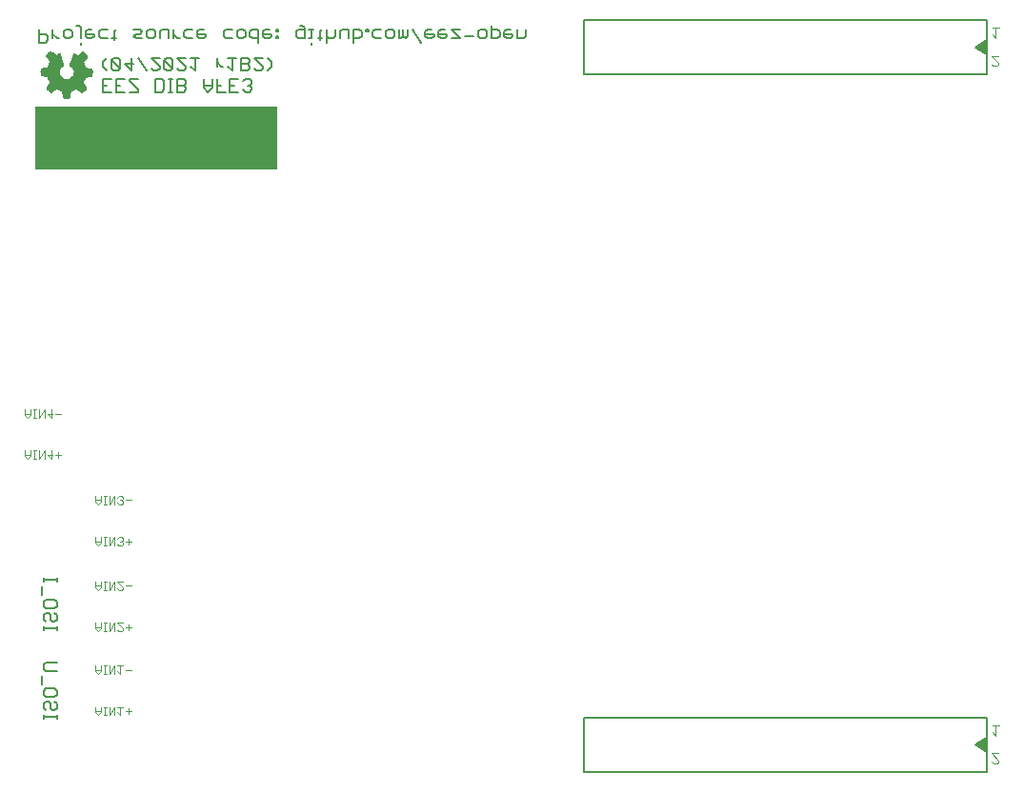
<source format=gbo>
G75*
%MOIN*%
%OFA0B0*%
%FSLAX25Y25*%
%IPPOS*%
%LPD*%
%AMOC8*
5,1,8,0,0,1.08239X$1,22.5*
%
%ADD10C,0.00500*%
%ADD11R,0.85100X0.22250*%
%ADD12R,0.01485X0.00015*%
%ADD13R,0.00045X0.00015*%
%ADD14R,0.00105X0.00015*%
%ADD15R,0.00165X0.00015*%
%ADD16R,0.00225X0.00015*%
%ADD17R,0.00285X0.00015*%
%ADD18R,0.00345X0.00015*%
%ADD19R,0.00405X0.00015*%
%ADD20R,0.00435X0.00015*%
%ADD21R,0.00465X0.00015*%
%ADD22R,0.00495X0.00015*%
%ADD23R,0.00540X0.00015*%
%ADD24R,0.00585X0.00015*%
%ADD25R,0.00645X0.00015*%
%ADD26R,0.00150X0.00015*%
%ADD27R,0.00675X0.00015*%
%ADD28R,0.00195X0.00015*%
%ADD29R,0.00705X0.00015*%
%ADD30R,0.00240X0.00015*%
%ADD31R,0.00735X0.00015*%
%ADD32R,0.00270X0.00015*%
%ADD33R,0.00765X0.00015*%
%ADD34R,0.00300X0.00015*%
%ADD35R,0.00810X0.00015*%
%ADD36R,0.00360X0.00015*%
%ADD37R,0.00855X0.00015*%
%ADD38R,0.00435X0.00015*%
%ADD39R,0.00915X0.00015*%
%ADD40R,0.00465X0.00015*%
%ADD41R,0.00945X0.00015*%
%ADD42R,0.00960X0.00015*%
%ADD43R,0.00525X0.00015*%
%ADD44R,0.00990X0.00015*%
%ADD45R,0.00555X0.00015*%
%ADD46R,0.01035X0.00015*%
%ADD47R,0.00600X0.00015*%
%ADD48R,0.01080X0.00015*%
%ADD49R,0.01125X0.00015*%
%ADD50R,0.01170X0.00015*%
%ADD51R,0.00720X0.00015*%
%ADD52R,0.01200X0.00015*%
%ADD53R,0.00750X0.00015*%
%ADD54R,0.01230X0.00015*%
%ADD55R,0.00780X0.00015*%
%ADD56R,0.01260X0.00015*%
%ADD57R,0.00810X0.00015*%
%ADD58R,0.01305X0.00015*%
%ADD59R,0.01365X0.00015*%
%ADD60R,0.00900X0.00015*%
%ADD61R,0.01395X0.00015*%
%ADD62R,0.01440X0.00015*%
%ADD63R,0.01470X0.00015*%
%ADD64R,0.01005X0.00015*%
%ADD65R,0.01500X0.00015*%
%ADD66R,0.01020X0.00015*%
%ADD67R,0.01530X0.00015*%
%ADD68R,0.01065X0.00015*%
%ADD69R,0.01575X0.00015*%
%ADD70R,0.01095X0.00015*%
%ADD71R,0.01635X0.00015*%
%ADD72R,0.01155X0.00015*%
%ADD73R,0.01680X0.00015*%
%ADD74R,0.01200X0.00015*%
%ADD75R,0.01710X0.00015*%
%ADD76R,0.01230X0.00015*%
%ADD77R,0.01725X0.00015*%
%ADD78R,0.01245X0.00015*%
%ADD79R,0.01755X0.00015*%
%ADD80R,0.01275X0.00015*%
%ADD81R,0.01800X0.00015*%
%ADD82R,0.01320X0.00015*%
%ADD83R,0.01860X0.00015*%
%ADD84R,0.01905X0.00015*%
%ADD85R,0.01410X0.00015*%
%ADD86R,0.01935X0.00015*%
%ADD87R,0.01455X0.00015*%
%ADD88R,0.01965X0.00015*%
%ADD89R,0.01485X0.00015*%
%ADD90R,0.01995X0.00015*%
%ADD91R,0.01515X0.00015*%
%ADD92R,0.02040X0.00015*%
%ADD93R,0.01530X0.00015*%
%ADD94R,0.02070X0.00015*%
%ADD95R,0.01575X0.00015*%
%ADD96R,0.02115X0.00015*%
%ADD97R,0.01620X0.00015*%
%ADD98R,0.02160X0.00015*%
%ADD99R,0.01665X0.00015*%
%ADD100R,0.02190X0.00015*%
%ADD101R,0.00075X0.00015*%
%ADD102R,0.01695X0.00015*%
%ADD103R,0.02220X0.00015*%
%ADD104R,0.00105X0.00015*%
%ADD105R,0.02235X0.00015*%
%ADD106R,0.00135X0.00015*%
%ADD107R,0.01755X0.00015*%
%ADD108R,0.02280X0.00015*%
%ADD109R,0.00180X0.00015*%
%ADD110R,0.01785X0.00015*%
%ADD111R,0.02340X0.00015*%
%ADD112R,0.00240X0.00015*%
%ADD113R,0.01830X0.00015*%
%ADD114R,0.02385X0.00015*%
%ADD115R,0.01890X0.00015*%
%ADD116R,0.02415X0.00015*%
%ADD117R,0.00330X0.00015*%
%ADD118R,0.00120X0.00015*%
%ADD119R,0.01920X0.00015*%
%ADD120R,0.02430X0.00015*%
%ADD121R,0.00375X0.00015*%
%ADD122R,0.02460X0.00015*%
%ADD123R,0.00405X0.00015*%
%ADD124R,0.00195X0.00015*%
%ADD125R,0.01965X0.00015*%
%ADD126R,0.02505X0.00015*%
%ADD127R,0.00210X0.00015*%
%ADD128R,0.02010X0.00015*%
%ADD129R,0.02535X0.00015*%
%ADD130R,0.00480X0.00015*%
%ADD131R,0.02580X0.00015*%
%ADD132R,0.00540X0.00015*%
%ADD133R,0.02085X0.00015*%
%ADD134R,0.02625X0.00015*%
%ADD135R,0.02130X0.00015*%
%ADD136R,0.02670X0.00015*%
%ADD137R,0.00630X0.00015*%
%ADD138R,0.02700X0.00015*%
%ADD139R,0.00660X0.00015*%
%ADD140R,0.00450X0.00015*%
%ADD141R,0.02190X0.00015*%
%ADD142R,0.02715X0.00015*%
%ADD143R,0.02205X0.00015*%
%ADD144R,0.02745X0.00015*%
%ADD145R,0.00510X0.00015*%
%ADD146R,0.02235X0.00015*%
%ADD147R,0.02775X0.00015*%
%ADD148R,0.02820X0.00015*%
%ADD149R,0.02310X0.00015*%
%ADD150R,0.02880X0.00015*%
%ADD151R,0.00855X0.00015*%
%ADD152R,0.02355X0.00015*%
%ADD153R,0.02895X0.00015*%
%ADD154R,0.00870X0.00015*%
%ADD155R,0.00660X0.00015*%
%ADD156R,0.02925X0.00015*%
%ADD157R,0.00690X0.00015*%
%ADD158R,0.02970X0.00015*%
%ADD159R,0.03000X0.00015*%
%ADD160R,0.00750X0.00015*%
%ADD161R,0.03045X0.00015*%
%ADD162R,0.01005X0.00015*%
%ADD163R,0.00780X0.00015*%
%ADD164R,0.02505X0.00015*%
%ADD165R,0.03090X0.00015*%
%ADD166R,0.01050X0.00015*%
%ADD167R,0.00825X0.00015*%
%ADD168R,0.02550X0.00015*%
%ADD169R,0.03135X0.00015*%
%ADD170R,0.01095X0.00015*%
%ADD171R,0.00870X0.00015*%
%ADD172R,0.03165X0.00015*%
%ADD173R,0.01125X0.00015*%
%ADD174R,0.02625X0.00015*%
%ADD175R,0.03195X0.00015*%
%ADD176R,0.01140X0.00015*%
%ADD177R,0.00930X0.00015*%
%ADD178R,0.02655X0.00015*%
%ADD179R,0.03210X0.00015*%
%ADD180R,0.00960X0.00015*%
%ADD181R,0.03240X0.00015*%
%ADD182R,0.02700X0.00015*%
%ADD183R,0.03285X0.00015*%
%ADD184R,0.01245X0.00015*%
%ADD185R,0.02745X0.00015*%
%ADD186R,0.03330X0.00015*%
%ADD187R,0.02790X0.00015*%
%ADD188R,0.03360X0.00015*%
%ADD189R,0.01110X0.00015*%
%ADD190R,0.02835X0.00015*%
%ADD191R,0.03390X0.00015*%
%ADD192R,0.01335X0.00015*%
%ADD193R,0.01140X0.00015*%
%ADD194R,0.02865X0.00015*%
%ADD195R,0.03420X0.00015*%
%ADD196R,0.01155X0.00015*%
%ADD197R,0.04905X0.00015*%
%ADD198R,0.04920X0.00015*%
%ADD199R,0.02940X0.00015*%
%ADD200R,0.04950X0.00015*%
%ADD201R,0.02985X0.00015*%
%ADD202R,0.04965X0.00015*%
%ADD203R,0.01275X0.00015*%
%ADD204R,0.03015X0.00015*%
%ADD205R,0.04980X0.00015*%
%ADD206R,0.03045X0.00015*%
%ADD207R,0.05010X0.00015*%
%ADD208R,0.01335X0.00015*%
%ADD209R,0.03075X0.00015*%
%ADD210R,0.01350X0.00015*%
%ADD211R,0.03105X0.00015*%
%ADD212R,0.05040X0.00015*%
%ADD213R,0.01380X0.00015*%
%ADD214R,0.05040X0.00015*%
%ADD215R,0.01410X0.00015*%
%ADD216R,0.03180X0.00015*%
%ADD217R,0.05070X0.00015*%
%ADD218R,0.03225X0.00015*%
%ADD219R,0.03255X0.00015*%
%ADD220R,0.05085X0.00015*%
%ADD221R,0.01515X0.00015*%
%ADD222R,0.03300X0.00015*%
%ADD223R,0.05100X0.00015*%
%ADD224R,0.04935X0.00015*%
%ADD225R,0.05115X0.00015*%
%ADD226R,0.04995X0.00015*%
%ADD227R,0.05130X0.00015*%
%ADD228R,0.05010X0.00015*%
%ADD229R,0.05130X0.00015*%
%ADD230R,0.05010X0.00015*%
%ADD231R,0.05025X0.00015*%
%ADD232R,0.05040X0.00015*%
%ADD233R,0.05055X0.00015*%
%ADD234R,0.05130X0.00015*%
%ADD235R,0.05085X0.00015*%
%ADD236R,0.05115X0.00015*%
%ADD237R,0.05145X0.00015*%
%ADD238R,0.05160X0.00015*%
%ADD239R,0.05130X0.00015*%
%ADD240R,0.05190X0.00015*%
%ADD241R,0.05190X0.00015*%
%ADD242R,0.05205X0.00015*%
%ADD243R,0.05220X0.00015*%
%ADD244R,0.05070X0.00015*%
%ADD245R,0.05085X0.00015*%
%ADD246R,0.05205X0.00015*%
%ADD247R,0.05220X0.00015*%
%ADD248R,0.05055X0.00015*%
%ADD249R,0.05025X0.00015*%
%ADD250R,0.05205X0.00015*%
%ADD251R,0.05025X0.00015*%
%ADD252R,0.05190X0.00015*%
%ADD253R,0.05190X0.00015*%
%ADD254R,0.04995X0.00015*%
%ADD255R,0.05175X0.00015*%
%ADD256R,0.04950X0.00015*%
%ADD257R,0.05145X0.00015*%
%ADD258R,0.05145X0.00015*%
%ADD259R,0.04920X0.00015*%
%ADD260R,0.04905X0.00015*%
%ADD261R,0.04905X0.00015*%
%ADD262R,0.05115X0.00015*%
%ADD263R,0.04890X0.00015*%
%ADD264R,0.04890X0.00015*%
%ADD265R,0.04875X0.00015*%
%ADD266R,0.04845X0.00015*%
%ADD267R,0.04830X0.00015*%
%ADD268R,0.04830X0.00015*%
%ADD269R,0.05070X0.00015*%
%ADD270R,0.04830X0.00015*%
%ADD271R,0.04815X0.00015*%
%ADD272R,0.04800X0.00015*%
%ADD273R,0.04800X0.00015*%
%ADD274R,0.05010X0.00015*%
%ADD275R,0.04785X0.00015*%
%ADD276R,0.04770X0.00015*%
%ADD277R,0.04770X0.00015*%
%ADD278R,0.04755X0.00015*%
%ADD279R,0.04740X0.00015*%
%ADD280R,0.04725X0.00015*%
%ADD281R,0.04725X0.00015*%
%ADD282R,0.04980X0.00015*%
%ADD283R,0.04710X0.00015*%
%ADD284R,0.04725X0.00015*%
%ADD285R,0.04710X0.00015*%
%ADD286R,0.04695X0.00015*%
%ADD287R,0.04680X0.00015*%
%ADD288R,0.04695X0.00015*%
%ADD289R,0.04680X0.00015*%
%ADD290R,0.04905X0.00015*%
%ADD291R,0.04665X0.00015*%
%ADD292R,0.04650X0.00015*%
%ADD293R,0.04635X0.00015*%
%ADD294R,0.04620X0.00015*%
%ADD295R,0.04620X0.00015*%
%ADD296R,0.04890X0.00015*%
%ADD297R,0.04605X0.00015*%
%ADD298R,0.04605X0.00015*%
%ADD299R,0.04590X0.00015*%
%ADD300R,0.04845X0.00015*%
%ADD301R,0.04575X0.00015*%
%ADD302R,0.04590X0.00015*%
%ADD303R,0.04575X0.00015*%
%ADD304R,0.04845X0.00015*%
%ADD305R,0.04560X0.00015*%
%ADD306R,0.04545X0.00015*%
%ADD307R,0.04530X0.00015*%
%ADD308R,0.04515X0.00015*%
%ADD309R,0.04530X0.00015*%
%ADD310R,0.04500X0.00015*%
%ADD311R,0.04515X0.00015*%
%ADD312R,0.04785X0.00015*%
%ADD313R,0.04485X0.00015*%
%ADD314R,0.04755X0.00015*%
%ADD315R,0.04470X0.00015*%
%ADD316R,0.04740X0.00015*%
%ADD317R,0.04485X0.00015*%
%ADD318R,0.04755X0.00015*%
%ADD319R,0.04545X0.00015*%
%ADD320R,0.04695X0.00015*%
%ADD321R,0.04680X0.00015*%
%ADD322R,0.04665X0.00015*%
%ADD323R,0.04725X0.00015*%
%ADD324R,0.04680X0.00015*%
%ADD325R,0.04860X0.00015*%
%ADD326R,0.04740X0.00015*%
%ADD327R,0.04875X0.00015*%
%ADD328R,0.04965X0.00015*%
%ADD329R,0.04860X0.00015*%
%ADD330R,0.04995X0.00015*%
%ADD331R,0.04875X0.00015*%
%ADD332R,0.04980X0.00015*%
%ADD333R,0.05235X0.00015*%
%ADD334R,0.05235X0.00015*%
%ADD335R,0.05250X0.00015*%
%ADD336R,0.05280X0.00015*%
%ADD337R,0.05295X0.00015*%
%ADD338R,0.05325X0.00015*%
%ADD339R,0.05340X0.00015*%
%ADD340R,0.05235X0.00015*%
%ADD341R,0.05355X0.00015*%
%ADD342R,0.05370X0.00015*%
%ADD343R,0.05265X0.00015*%
%ADD344R,0.05370X0.00015*%
%ADD345R,0.05280X0.00015*%
%ADD346R,0.05385X0.00015*%
%ADD347R,0.05295X0.00015*%
%ADD348R,0.05400X0.00015*%
%ADD349R,0.05415X0.00015*%
%ADD350R,0.05310X0.00015*%
%ADD351R,0.05430X0.00015*%
%ADD352R,0.05445X0.00015*%
%ADD353R,0.05460X0.00015*%
%ADD354R,0.05355X0.00015*%
%ADD355R,0.05475X0.00015*%
%ADD356R,0.05505X0.00015*%
%ADD357R,0.05520X0.00015*%
%ADD358R,0.05535X0.00015*%
%ADD359R,0.05550X0.00015*%
%ADD360R,0.05550X0.00015*%
%ADD361R,0.05475X0.00015*%
%ADD362R,0.05490X0.00015*%
%ADD363R,0.05475X0.00015*%
%ADD364R,0.05385X0.00015*%
%ADD365R,0.05370X0.00015*%
%ADD366R,0.05325X0.00015*%
%ADD367R,0.05310X0.00015*%
%ADD368R,0.05265X0.00015*%
%ADD369R,0.05175X0.00015*%
%ADD370R,0.04980X0.00015*%
%ADD371R,0.04965X0.00015*%
%ADD372R,0.04860X0.00015*%
%ADD373R,0.04845X0.00015*%
%ADD374R,0.04815X0.00015*%
%ADD375R,0.04770X0.00015*%
%ADD376R,0.05295X0.00015*%
%ADD377R,0.04635X0.00015*%
%ADD378R,0.05610X0.00015*%
%ADD379R,0.05700X0.00015*%
%ADD380R,0.05760X0.00015*%
%ADD381R,0.05805X0.00015*%
%ADD382R,0.05850X0.00015*%
%ADD383R,0.05895X0.00015*%
%ADD384R,0.06000X0.00015*%
%ADD385R,0.06135X0.00015*%
%ADD386R,0.06225X0.00015*%
%ADD387R,0.06300X0.00015*%
%ADD388R,0.06330X0.00015*%
%ADD389R,0.06375X0.00015*%
%ADD390R,0.06450X0.00015*%
%ADD391R,0.06570X0.00015*%
%ADD392R,0.05565X0.00015*%
%ADD393R,0.06690X0.00015*%
%ADD394R,0.06735X0.00015*%
%ADD395R,0.05790X0.00015*%
%ADD396R,0.06765X0.00015*%
%ADD397R,0.05850X0.00015*%
%ADD398R,0.06780X0.00015*%
%ADD399R,0.05895X0.00015*%
%ADD400R,0.06795X0.00015*%
%ADD401R,0.05955X0.00015*%
%ADD402R,0.06810X0.00015*%
%ADD403R,0.06060X0.00015*%
%ADD404R,0.06195X0.00015*%
%ADD405R,0.06825X0.00015*%
%ADD406R,0.06330X0.00015*%
%ADD407R,0.06840X0.00015*%
%ADD408R,0.06390X0.00015*%
%ADD409R,0.06495X0.00015*%
%ADD410R,0.06840X0.00015*%
%ADD411R,0.06555X0.00015*%
%ADD412R,0.06825X0.00015*%
%ADD413R,0.06645X0.00015*%
%ADD414R,0.06825X0.00015*%
%ADD415R,0.06705X0.00015*%
%ADD416R,0.06705X0.00015*%
%ADD417R,0.06810X0.00015*%
%ADD418R,0.06720X0.00015*%
%ADD419R,0.06795X0.00015*%
%ADD420R,0.06750X0.00015*%
%ADD421R,0.06765X0.00015*%
%ADD422R,0.06795X0.00015*%
%ADD423R,0.06780X0.00015*%
%ADD424R,0.06780X0.00015*%
%ADD425R,0.06750X0.00015*%
%ADD426R,0.06720X0.00015*%
%ADD427R,0.06720X0.00015*%
%ADD428R,0.06705X0.00015*%
%ADD429R,0.06705X0.00015*%
%ADD430R,0.06690X0.00015*%
%ADD431R,0.06675X0.00015*%
%ADD432R,0.06690X0.00015*%
%ADD433R,0.06675X0.00015*%
%ADD434R,0.06675X0.00015*%
%ADD435R,0.06660X0.00015*%
%ADD436R,0.06675X0.00015*%
%ADD437R,0.06660X0.00015*%
%ADD438R,0.06660X0.00015*%
%ADD439R,0.06645X0.00015*%
%ADD440R,0.06630X0.00015*%
%ADD441R,0.06660X0.00015*%
%ADD442R,0.06630X0.00015*%
%ADD443R,0.06645X0.00015*%
%ADD444R,0.06735X0.00015*%
%ADD445R,0.06765X0.00015*%
%ADD446R,0.06780X0.00015*%
%ADD447R,0.06825X0.00015*%
%ADD448R,0.06855X0.00015*%
%ADD449R,0.06855X0.00015*%
%ADD450R,0.06870X0.00015*%
%ADD451R,0.06885X0.00015*%
%ADD452R,0.06525X0.00015*%
%ADD453R,0.06405X0.00015*%
%ADD454R,0.06255X0.00015*%
%ADD455R,0.06165X0.00015*%
%ADD456R,0.06870X0.00015*%
%ADD457R,0.06120X0.00015*%
%ADD458R,0.06885X0.00015*%
%ADD459R,0.06060X0.00015*%
%ADD460R,0.06015X0.00015*%
%ADD461R,0.05910X0.00015*%
%ADD462R,0.05670X0.00015*%
%ADD463R,0.05595X0.00015*%
%ADD464R,0.06585X0.00015*%
%ADD465R,0.05160X0.00015*%
%ADD466R,0.06390X0.00015*%
%ADD467R,0.05025X0.00015*%
%ADD468R,0.06330X0.00015*%
%ADD469R,0.06075X0.00015*%
%ADD470R,0.05820X0.00015*%
%ADD471R,0.05775X0.00015*%
%ADD472R,0.05685X0.00015*%
%ADD473R,0.05460X0.00015*%
%ADD474R,0.04860X0.00015*%
%ADD475R,0.04935X0.00015*%
%ADD476R,0.05160X0.00015*%
%ADD477R,0.05325X0.00015*%
%ADD478R,0.05340X0.00015*%
%ADD479R,0.05355X0.00015*%
%ADD480R,0.05430X0.00015*%
%ADD481R,0.05535X0.00015*%
%ADD482R,0.05595X0.00015*%
%ADD483R,0.05640X0.00015*%
%ADD484R,0.05640X0.00015*%
%ADD485R,0.05670X0.00015*%
%ADD486R,0.05685X0.00015*%
%ADD487R,0.05700X0.00015*%
%ADD488R,0.05715X0.00015*%
%ADD489R,0.05715X0.00015*%
%ADD490R,0.05730X0.00015*%
%ADD491R,0.05745X0.00015*%
%ADD492R,0.05760X0.00015*%
%ADD493R,0.06000X0.00015*%
%ADD494R,0.06105X0.00015*%
%ADD495R,0.06180X0.00015*%
%ADD496R,0.06210X0.00015*%
%ADD497R,0.12690X0.00015*%
%ADD498R,0.12675X0.00015*%
%ADD499R,0.12660X0.00015*%
%ADD500R,0.12660X0.00015*%
%ADD501R,0.12645X0.00015*%
%ADD502R,0.12615X0.00015*%
%ADD503R,0.12600X0.00015*%
%ADD504R,0.12585X0.00015*%
%ADD505R,0.12555X0.00015*%
%ADD506R,0.12540X0.00015*%
%ADD507R,0.12525X0.00015*%
%ADD508R,0.12510X0.00015*%
%ADD509R,0.12510X0.00015*%
%ADD510R,0.12480X0.00015*%
%ADD511R,0.12450X0.00015*%
%ADD512R,0.12435X0.00015*%
%ADD513R,0.12420X0.00015*%
%ADD514R,0.12390X0.00015*%
%ADD515R,0.12375X0.00015*%
%ADD516R,0.12360X0.00015*%
%ADD517R,0.12330X0.00015*%
%ADD518R,0.12300X0.00015*%
%ADD519R,0.12285X0.00015*%
%ADD520R,0.12270X0.00015*%
%ADD521R,0.12255X0.00015*%
%ADD522R,0.12240X0.00015*%
%ADD523R,0.12225X0.00015*%
%ADD524R,0.12195X0.00015*%
%ADD525R,0.12165X0.00015*%
%ADD526R,0.12150X0.00015*%
%ADD527R,0.12135X0.00015*%
%ADD528R,0.12120X0.00015*%
%ADD529R,0.12090X0.00015*%
%ADD530R,0.12075X0.00015*%
%ADD531R,0.12060X0.00015*%
%ADD532R,0.12045X0.00015*%
%ADD533R,0.12015X0.00015*%
%ADD534R,0.12000X0.00015*%
%ADD535R,0.11985X0.00015*%
%ADD536R,0.11955X0.00015*%
%ADD537R,0.11940X0.00015*%
%ADD538R,0.11925X0.00015*%
%ADD539R,0.11910X0.00015*%
%ADD540R,0.11910X0.00015*%
%ADD541R,0.11880X0.00015*%
%ADD542R,0.11850X0.00015*%
%ADD543R,0.11835X0.00015*%
%ADD544R,0.11805X0.00015*%
%ADD545R,0.11775X0.00015*%
%ADD546R,0.11760X0.00015*%
%ADD547R,0.11745X0.00015*%
%ADD548R,0.11730X0.00015*%
%ADD549R,0.11700X0.00015*%
%ADD550R,0.11700X0.00015*%
%ADD551R,0.11685X0.00015*%
%ADD552R,0.11655X0.00015*%
%ADD553R,0.11640X0.00015*%
%ADD554R,0.11625X0.00015*%
%ADD555R,0.11625X0.00015*%
%ADD556R,0.11670X0.00015*%
%ADD557R,0.11715X0.00015*%
%ADD558R,0.11790X0.00015*%
%ADD559R,0.11820X0.00015*%
%ADD560R,0.11820X0.00015*%
%ADD561R,0.11880X0.00015*%
%ADD562R,0.11895X0.00015*%
%ADD563R,0.11970X0.00015*%
%ADD564R,0.12045X0.00015*%
%ADD565R,0.12075X0.00015*%
%ADD566R,0.12105X0.00015*%
%ADD567R,0.12135X0.00015*%
%ADD568R,0.12165X0.00015*%
%ADD569R,0.12180X0.00015*%
%ADD570R,0.12195X0.00015*%
%ADD571R,0.12210X0.00015*%
%ADD572R,0.12225X0.00015*%
%ADD573R,0.12255X0.00015*%
%ADD574R,0.12360X0.00015*%
%ADD575R,0.12390X0.00015*%
%ADD576R,0.12405X0.00015*%
%ADD577R,0.12435X0.00015*%
%ADD578R,0.12480X0.00015*%
%ADD579R,0.12480X0.00015*%
%ADD580R,0.12510X0.00015*%
%ADD581R,0.12570X0.00015*%
%ADD582R,0.12630X0.00015*%
%ADD583R,0.12675X0.00015*%
%ADD584R,0.12705X0.00015*%
%ADD585R,0.12735X0.00015*%
%ADD586R,0.12750X0.00015*%
%ADD587R,0.12780X0.00015*%
%ADD588R,0.12795X0.00015*%
%ADD589R,0.12810X0.00015*%
%ADD590R,0.12840X0.00015*%
%ADD591R,0.12855X0.00015*%
%ADD592R,0.12885X0.00015*%
%ADD593R,0.12900X0.00015*%
%ADD594R,0.12915X0.00015*%
%ADD595R,0.12945X0.00015*%
%ADD596R,0.12960X0.00015*%
%ADD597R,0.12990X0.00015*%
%ADD598R,0.13005X0.00015*%
%ADD599R,0.13020X0.00015*%
%ADD600R,0.13035X0.00015*%
%ADD601R,0.13065X0.00015*%
%ADD602R,0.13080X0.00015*%
%ADD603R,0.13110X0.00015*%
%ADD604R,0.13125X0.00015*%
%ADD605R,0.13155X0.00015*%
%ADD606R,0.13170X0.00015*%
%ADD607R,0.13200X0.00015*%
%ADD608R,0.13230X0.00015*%
%ADD609R,0.13260X0.00015*%
%ADD610R,0.13290X0.00015*%
%ADD611R,0.13320X0.00015*%
%ADD612R,0.13350X0.00015*%
%ADD613R,0.13365X0.00015*%
%ADD614R,0.13395X0.00015*%
%ADD615R,0.13425X0.00015*%
%ADD616R,0.13455X0.00015*%
%ADD617R,0.13470X0.00015*%
%ADD618R,0.13500X0.00015*%
%ADD619R,0.13530X0.00015*%
%ADD620R,0.13560X0.00015*%
%ADD621R,0.13575X0.00015*%
%ADD622R,0.13605X0.00015*%
%ADD623R,0.13635X0.00015*%
%ADD624R,0.13650X0.00015*%
%ADD625R,0.13680X0.00015*%
%ADD626R,0.13695X0.00015*%
%ADD627R,0.13725X0.00015*%
%ADD628R,0.13740X0.00015*%
%ADD629R,0.13770X0.00015*%
%ADD630R,0.13785X0.00015*%
%ADD631R,0.13800X0.00015*%
%ADD632R,0.13830X0.00015*%
%ADD633R,0.13860X0.00015*%
%ADD634R,0.13875X0.00015*%
%ADD635R,0.13905X0.00015*%
%ADD636R,0.13935X0.00015*%
%ADD637R,0.13950X0.00015*%
%ADD638R,0.13980X0.00015*%
%ADD639R,0.14010X0.00015*%
%ADD640R,0.14025X0.00015*%
%ADD641R,0.14055X0.00015*%
%ADD642R,0.14070X0.00015*%
%ADD643R,0.14085X0.00015*%
%ADD644R,0.14115X0.00015*%
%ADD645R,0.14145X0.00015*%
%ADD646R,0.14160X0.00015*%
%ADD647R,0.14190X0.00015*%
%ADD648R,0.14205X0.00015*%
%ADD649R,0.14220X0.00015*%
%ADD650R,0.14235X0.00015*%
%ADD651R,0.14265X0.00015*%
%ADD652R,0.14280X0.00015*%
%ADD653R,0.14295X0.00015*%
%ADD654R,0.14295X0.00015*%
%ADD655R,0.14250X0.00015*%
%ADD656R,0.14205X0.00015*%
%ADD657R,0.14175X0.00015*%
%ADD658R,0.14160X0.00015*%
%ADD659R,0.14130X0.00015*%
%ADD660R,0.14100X0.00015*%
%ADD661R,0.14040X0.00015*%
%ADD662R,0.14010X0.00015*%
%ADD663R,0.03465X0.00015*%
%ADD664R,0.10440X0.00015*%
%ADD665R,0.03420X0.00015*%
%ADD666R,0.10395X0.00015*%
%ADD667R,0.03375X0.00015*%
%ADD668R,0.10335X0.00015*%
%ADD669R,0.03570X0.00015*%
%ADD670R,0.06600X0.00015*%
%ADD671R,0.03525X0.00015*%
%ADD672R,0.03270X0.00015*%
%ADD673R,0.03495X0.00015*%
%ADD674R,0.03210X0.00015*%
%ADD675R,0.06480X0.00015*%
%ADD676R,0.03435X0.00015*%
%ADD677R,0.03165X0.00015*%
%ADD678R,0.03390X0.00015*%
%ADD679R,0.03120X0.00015*%
%ADD680R,0.06315X0.00015*%
%ADD681R,0.03345X0.00015*%
%ADD682R,0.03090X0.00015*%
%ADD683R,0.03075X0.00015*%
%ADD684R,0.06225X0.00015*%
%ADD685R,0.03270X0.00015*%
%ADD686R,0.06180X0.00015*%
%ADD687R,0.02970X0.00015*%
%ADD688R,0.06075X0.00015*%
%ADD689R,0.03195X0.00015*%
%ADD690R,0.02925X0.00015*%
%ADD691R,0.05985X0.00015*%
%ADD692R,0.03135X0.00015*%
%ADD693R,0.02850X0.00015*%
%ADD694R,0.05835X0.00015*%
%ADD695R,0.03030X0.00015*%
%ADD696R,0.02805X0.00015*%
%ADD697R,0.02730X0.00015*%
%ADD698R,0.05625X0.00015*%
%ADD699R,0.02925X0.00015*%
%ADD700R,0.02640X0.00015*%
%ADD701R,0.02595X0.00015*%
%ADD702R,0.02565X0.00015*%
%ADD703R,0.02760X0.00015*%
%ADD704R,0.02520X0.00015*%
%ADD705R,0.02730X0.00015*%
%ADD706R,0.02475X0.00015*%
%ADD707R,0.02685X0.00015*%
%ADD708R,0.02445X0.00015*%
%ADD709R,0.02400X0.00015*%
%ADD710R,0.02370X0.00015*%
%ADD711R,0.02565X0.00015*%
%ADD712R,0.02340X0.00015*%
%ADD713R,0.02325X0.00015*%
%ADD714R,0.02505X0.00015*%
%ADD715R,0.02280X0.00015*%
%ADD716R,0.02460X0.00015*%
%ADD717R,0.04560X0.00015*%
%ADD718R,0.02190X0.00015*%
%ADD719R,0.04440X0.00015*%
%ADD720R,0.02370X0.00015*%
%ADD721R,0.02145X0.00015*%
%ADD722R,0.04365X0.00015*%
%ADD723R,0.04320X0.00015*%
%ADD724R,0.02310X0.00015*%
%ADD725R,0.02100X0.00015*%
%ADD726R,0.04260X0.00015*%
%ADD727R,0.04200X0.00015*%
%ADD728R,0.02265X0.00015*%
%ADD729R,0.02040X0.00015*%
%ADD730R,0.04095X0.00015*%
%ADD731R,0.02220X0.00015*%
%ADD732R,0.03915X0.00015*%
%ADD733R,0.02175X0.00015*%
%ADD734R,0.03765X0.00015*%
%ADD735R,0.03675X0.00015*%
%ADD736R,0.01890X0.00015*%
%ADD737R,0.03615X0.00015*%
%ADD738R,0.02055X0.00015*%
%ADD739R,0.01860X0.00015*%
%ADD740R,0.03555X0.00015*%
%ADD741R,0.01815X0.00015*%
%ADD742R,0.03450X0.00015*%
%ADD743R,0.01725X0.00015*%
%ADD744R,0.03315X0.00015*%
%ADD745R,0.01905X0.00015*%
%ADD746R,0.01680X0.00015*%
%ADD747R,0.01650X0.00015*%
%ADD748R,0.01620X0.00015*%
%ADD749R,0.01590X0.00015*%
%ADD750R,0.01770X0.00015*%
%ADD751R,0.01560X0.00015*%
%ADD752R,0.03240X0.00015*%
%ADD753R,0.01740X0.00015*%
%ADD754R,0.01665X0.00015*%
%ADD755R,0.01455X0.00015*%
%ADD756R,0.01635X0.00015*%
%ADD757R,0.01410X0.00015*%
%ADD758R,0.01395X0.00015*%
%ADD759R,0.01365X0.00015*%
%ADD760R,0.01335X0.00015*%
%ADD761R,0.01290X0.00015*%
%ADD762R,0.03210X0.00015*%
%ADD763R,0.01455X0.00015*%
%ADD764R,0.01185X0.00015*%
%ADD765R,0.01290X0.00015*%
%ADD766R,0.01110X0.00015*%
%ADD767R,0.01260X0.00015*%
%ADD768R,0.03180X0.00015*%
%ADD769R,0.00975X0.00015*%
%ADD770R,0.03150X0.00015*%
%ADD771R,0.00885X0.00015*%
%ADD772R,0.03150X0.00015*%
%ADD773R,0.01050X0.00015*%
%ADD774R,0.00795X0.00015*%
%ADD775R,0.00885X0.00015*%
%ADD776R,0.00690X0.00015*%
%ADD777R,0.00840X0.00015*%
%ADD778R,0.00570X0.00015*%
%ADD779R,0.00525X0.00015*%
%ADD780R,0.03105X0.00015*%
%ADD781R,0.00660X0.00015*%
%ADD782R,0.00615X0.00015*%
%ADD783R,0.00420X0.00015*%
%ADD784R,0.00555X0.00015*%
%ADD785R,0.00390X0.00015*%
%ADD786R,0.00525X0.00015*%
%ADD787R,0.00360X0.00015*%
%ADD788R,0.00495X0.00015*%
%ADD789R,0.03075X0.00015*%
%ADD790R,0.00450X0.00015*%
%ADD791R,0.00225X0.00015*%
%ADD792R,0.00345X0.00015*%
%ADD793R,0.00255X0.00015*%
%ADD794R,0.03060X0.00015*%
%ADD795R,0.00180X0.00015*%
%ADD796R,0.00075X0.00015*%
%ADD797R,0.03000X0.00015*%
%ADD798R,0.02955X0.00015*%
%ADD799R,0.02940X0.00015*%
%ADD800R,0.02940X0.00015*%
%ADD801R,0.02910X0.00015*%
%ADD802R,0.02910X0.00015*%
%ADD803R,0.02865X0.00015*%
%ADD804R,0.02805X0.00015*%
%ADD805R,0.02775X0.00015*%
%ADD806R,0.02760X0.00015*%
%ADD807R,0.02655X0.00015*%
%ADD808R,0.02640X0.00015*%
%ADD809R,0.02610X0.00015*%
%ADD810R,0.02595X0.00015*%
%ADD811R,0.02535X0.00015*%
%ADD812R,0.02475X0.00015*%
%ADD813R,0.02175X0.00015*%
%ADD814R,0.01575X0.00015*%
%ADD815C,0.00300*%
%ADD816C,0.00800*%
%ADD817C,0.00400*%
D10*
X0020999Y0042431D02*
X0020999Y0043932D01*
X0020999Y0043182D02*
X0025503Y0043182D01*
X0025503Y0043932D02*
X0025503Y0042431D01*
X0024752Y0045500D02*
X0024001Y0045500D01*
X0023251Y0046251D01*
X0023251Y0047752D01*
X0022500Y0048503D01*
X0021749Y0048503D01*
X0020999Y0047752D01*
X0020999Y0046251D01*
X0021749Y0045500D01*
X0024752Y0045500D02*
X0025503Y0046251D01*
X0025503Y0047752D01*
X0024752Y0048503D01*
X0024752Y0050104D02*
X0021749Y0050104D01*
X0020999Y0050855D01*
X0020999Y0052356D01*
X0021749Y0053107D01*
X0024752Y0053107D01*
X0025503Y0052356D01*
X0025503Y0050855D01*
X0024752Y0050104D01*
X0020248Y0054708D02*
X0020248Y0057711D01*
X0021749Y0059312D02*
X0020999Y0060063D01*
X0020999Y0061564D01*
X0021749Y0062315D01*
X0025503Y0062315D01*
X0025503Y0059312D02*
X0021749Y0059312D01*
X0020999Y0073531D02*
X0020999Y0075032D01*
X0020999Y0074282D02*
X0025503Y0074282D01*
X0025503Y0075032D02*
X0025503Y0073531D01*
X0024752Y0076600D02*
X0024001Y0076600D01*
X0023251Y0077351D01*
X0023251Y0078852D01*
X0022500Y0079603D01*
X0021749Y0079603D01*
X0020999Y0078852D01*
X0020999Y0077351D01*
X0021749Y0076600D01*
X0024752Y0076600D02*
X0025503Y0077351D01*
X0025503Y0078852D01*
X0024752Y0079603D01*
X0024752Y0081204D02*
X0021749Y0081204D01*
X0020999Y0081955D01*
X0020999Y0083456D01*
X0021749Y0084207D01*
X0024752Y0084207D01*
X0025503Y0083456D01*
X0025503Y0081955D01*
X0024752Y0081204D01*
X0020248Y0085808D02*
X0020248Y0088811D01*
X0020999Y0090412D02*
X0020999Y0091913D01*
X0020999Y0091163D02*
X0025503Y0091163D01*
X0025503Y0091913D02*
X0025503Y0090412D01*
X0346973Y0033461D02*
X0350973Y0035961D01*
X0350973Y0030961D01*
X0346973Y0033461D01*
X0347283Y0033654D02*
X0350973Y0033654D01*
X0350973Y0033156D02*
X0347461Y0033156D01*
X0348259Y0032657D02*
X0350973Y0032657D01*
X0350973Y0032159D02*
X0349056Y0032159D01*
X0349854Y0031660D02*
X0350973Y0031660D01*
X0350973Y0031162D02*
X0350651Y0031162D01*
X0350973Y0034153D02*
X0348081Y0034153D01*
X0348878Y0034651D02*
X0350973Y0034651D01*
X0350973Y0035150D02*
X0349676Y0035150D01*
X0350474Y0035648D02*
X0350973Y0035648D01*
X0093721Y0262794D02*
X0092970Y0262043D01*
X0091469Y0262043D01*
X0090718Y0262794D01*
X0089117Y0262043D02*
X0086114Y0262043D01*
X0086114Y0266547D01*
X0089117Y0266547D01*
X0090718Y0265796D02*
X0091469Y0266547D01*
X0092970Y0266547D01*
X0093721Y0265796D01*
X0093721Y0265046D01*
X0092970Y0264295D01*
X0092219Y0264295D01*
X0092970Y0264295D02*
X0093721Y0263544D01*
X0093721Y0262794D01*
X0087615Y0264295D02*
X0086114Y0264295D01*
X0084513Y0262043D02*
X0081510Y0262043D01*
X0081510Y0266547D01*
X0079909Y0266547D02*
X0079909Y0263544D01*
X0078407Y0262043D01*
X0076906Y0263544D01*
X0076906Y0266547D01*
X0076906Y0264295D02*
X0079909Y0264295D01*
X0081510Y0264295D02*
X0083011Y0264295D01*
X0086848Y0269543D02*
X0086848Y0274047D01*
X0085347Y0274047D02*
X0088349Y0274047D01*
X0089951Y0274047D02*
X0089951Y0269543D01*
X0092203Y0269543D01*
X0092953Y0270294D01*
X0092953Y0271044D01*
X0092203Y0271795D01*
X0089951Y0271795D01*
X0092203Y0271795D02*
X0092953Y0272546D01*
X0092953Y0273296D01*
X0092203Y0274047D01*
X0089951Y0274047D01*
X0094555Y0274047D02*
X0097557Y0271044D01*
X0097557Y0270294D01*
X0096806Y0269543D01*
X0095305Y0269543D01*
X0094555Y0270294D01*
X0094555Y0274047D02*
X0097557Y0274047D01*
X0099159Y0274047D02*
X0100660Y0272546D01*
X0100660Y0271044D01*
X0099159Y0269543D01*
X0086848Y0269543D02*
X0085347Y0271044D01*
X0083762Y0271044D02*
X0083011Y0271044D01*
X0081510Y0272546D01*
X0081510Y0274047D02*
X0081510Y0271044D01*
X0075305Y0274047D02*
X0072302Y0274047D01*
X0073804Y0274047D02*
X0073804Y0269543D01*
X0072302Y0271044D01*
X0070701Y0271044D02*
X0067698Y0274047D01*
X0070701Y0274047D01*
X0070701Y0271044D02*
X0070701Y0270294D01*
X0069950Y0269543D01*
X0068449Y0269543D01*
X0067698Y0270294D01*
X0066097Y0270294D02*
X0063094Y0273296D01*
X0063845Y0274047D01*
X0065346Y0274047D01*
X0066097Y0273296D01*
X0066097Y0270294D01*
X0065346Y0269543D01*
X0063845Y0269543D01*
X0063094Y0270294D01*
X0063094Y0273296D01*
X0061493Y0274047D02*
X0058491Y0274047D01*
X0061493Y0271044D01*
X0061493Y0270294D01*
X0060742Y0269543D01*
X0059241Y0269543D01*
X0058491Y0270294D01*
X0056889Y0269543D02*
X0053887Y0274047D01*
X0051535Y0274047D02*
X0051535Y0269543D01*
X0049283Y0271795D01*
X0052285Y0271795D01*
X0047681Y0270294D02*
X0047681Y0273296D01*
X0046931Y0274047D01*
X0045429Y0274047D01*
X0044679Y0273296D01*
X0047681Y0270294D01*
X0046931Y0269543D01*
X0045429Y0269543D01*
X0044679Y0270294D01*
X0044679Y0273296D01*
X0043111Y0274047D02*
X0041609Y0272546D01*
X0041609Y0271044D01*
X0043111Y0269543D01*
X0044612Y0266547D02*
X0041609Y0266547D01*
X0041609Y0262043D01*
X0044612Y0262043D01*
X0046213Y0262043D02*
X0046213Y0266547D01*
X0049216Y0266547D01*
X0050817Y0266547D02*
X0053820Y0266547D01*
X0050817Y0266547D02*
X0050817Y0265796D01*
X0053820Y0262794D01*
X0053820Y0262043D01*
X0050817Y0262043D01*
X0049216Y0262043D02*
X0046213Y0262043D01*
X0046213Y0264295D02*
X0047715Y0264295D01*
X0043111Y0264295D02*
X0041609Y0264295D01*
X0060025Y0262043D02*
X0060025Y0266547D01*
X0062277Y0266547D01*
X0063028Y0265796D01*
X0063028Y0262794D01*
X0062277Y0262043D01*
X0060025Y0262043D01*
X0064629Y0262043D02*
X0066130Y0262043D01*
X0065380Y0262043D02*
X0065380Y0266547D01*
X0066130Y0266547D02*
X0064629Y0266547D01*
X0067698Y0266547D02*
X0069950Y0266547D01*
X0070701Y0265796D01*
X0070701Y0265046D01*
X0069950Y0264295D01*
X0067698Y0264295D01*
X0067698Y0266547D02*
X0067698Y0262043D01*
X0069950Y0262043D01*
X0070701Y0262794D01*
X0070701Y0263544D01*
X0069950Y0264295D01*
X0096080Y0279393D02*
X0096080Y0283897D01*
X0093828Y0283897D01*
X0093078Y0283146D01*
X0093078Y0281645D01*
X0093828Y0280894D01*
X0096080Y0280894D01*
X0097682Y0281645D02*
X0098432Y0280894D01*
X0099934Y0280894D01*
X0100684Y0281645D01*
X0100684Y0282396D01*
X0097682Y0282396D01*
X0097682Y0283146D02*
X0097682Y0281645D01*
X0097682Y0283146D02*
X0098432Y0283897D01*
X0099934Y0283897D01*
X0102286Y0283897D02*
X0102286Y0283146D01*
X0103036Y0283146D01*
X0103036Y0283897D01*
X0102286Y0283897D01*
X0102286Y0281645D02*
X0102286Y0280894D01*
X0103036Y0280894D01*
X0103036Y0281645D01*
X0102286Y0281645D01*
X0109191Y0281645D02*
X0109191Y0283146D01*
X0109942Y0283897D01*
X0112194Y0283897D01*
X0112194Y0284647D02*
X0112194Y0280894D01*
X0109942Y0280894D01*
X0109191Y0281645D01*
X0110693Y0285398D02*
X0111443Y0285398D01*
X0112194Y0284647D01*
X0113795Y0283897D02*
X0115297Y0283897D01*
X0114546Y0283897D02*
X0114546Y0280894D01*
X0113795Y0280894D01*
X0114546Y0279393D02*
X0114546Y0278642D01*
X0116865Y0280894D02*
X0118366Y0280894D01*
X0117615Y0280144D02*
X0117615Y0283146D01*
X0118366Y0283897D01*
X0119934Y0283897D02*
X0119934Y0279393D01*
X0120685Y0280894D02*
X0122186Y0280894D01*
X0122937Y0281645D01*
X0122937Y0283897D01*
X0124538Y0283146D02*
X0125289Y0283897D01*
X0127540Y0283897D01*
X0127540Y0280894D01*
X0129142Y0280894D02*
X0131394Y0280894D01*
X0132144Y0281645D01*
X0132144Y0283146D01*
X0131394Y0283897D01*
X0129142Y0283897D01*
X0129142Y0279393D01*
X0124538Y0280894D02*
X0124538Y0283146D01*
X0120685Y0280894D02*
X0119934Y0281645D01*
X0133746Y0283146D02*
X0134496Y0283146D01*
X0134496Y0283897D01*
X0133746Y0283897D01*
X0133746Y0283146D01*
X0136048Y0283146D02*
X0136798Y0283897D01*
X0139050Y0283897D01*
X0140652Y0283146D02*
X0141402Y0283897D01*
X0142904Y0283897D01*
X0143654Y0283146D01*
X0143654Y0281645D01*
X0142904Y0280894D01*
X0141402Y0280894D01*
X0140652Y0281645D01*
X0140652Y0283146D01*
X0139050Y0280894D02*
X0136798Y0280894D01*
X0136048Y0281645D01*
X0136048Y0283146D01*
X0145256Y0283897D02*
X0145256Y0280894D01*
X0146006Y0280894D01*
X0146757Y0281645D01*
X0147507Y0280894D01*
X0148258Y0281645D01*
X0148258Y0283897D01*
X0146757Y0283897D02*
X0146757Y0281645D01*
X0149859Y0283897D02*
X0152862Y0279393D01*
X0154463Y0281645D02*
X0155214Y0280894D01*
X0156715Y0280894D01*
X0157466Y0281645D01*
X0157466Y0282396D01*
X0154463Y0282396D01*
X0154463Y0283146D02*
X0154463Y0281645D01*
X0154463Y0283146D02*
X0155214Y0283897D01*
X0156715Y0283897D01*
X0159067Y0283146D02*
X0159067Y0281645D01*
X0159818Y0280894D01*
X0161319Y0280894D01*
X0162070Y0281645D01*
X0162070Y0282396D01*
X0159067Y0282396D01*
X0159067Y0283146D02*
X0159818Y0283897D01*
X0161319Y0283897D01*
X0163671Y0283897D02*
X0166674Y0283897D01*
X0168275Y0281645D02*
X0171278Y0281645D01*
X0172879Y0281645D02*
X0172879Y0283146D01*
X0173630Y0283897D01*
X0175131Y0283897D01*
X0175882Y0283146D01*
X0175882Y0281645D01*
X0175131Y0280894D01*
X0173630Y0280894D01*
X0172879Y0281645D01*
X0177483Y0280894D02*
X0177483Y0285398D01*
X0177483Y0283897D02*
X0179735Y0283897D01*
X0180486Y0283146D01*
X0180486Y0281645D01*
X0179735Y0280894D01*
X0177483Y0280894D01*
X0182087Y0281645D02*
X0182838Y0280894D01*
X0184339Y0280894D01*
X0185089Y0281645D01*
X0185089Y0282396D01*
X0182087Y0282396D01*
X0182087Y0283146D02*
X0182087Y0281645D01*
X0182087Y0283146D02*
X0182838Y0283897D01*
X0184339Y0283897D01*
X0186691Y0283897D02*
X0186691Y0280894D01*
X0188943Y0280894D01*
X0189693Y0281645D01*
X0189693Y0283897D01*
X0166674Y0280894D02*
X0163671Y0283897D01*
X0163671Y0280894D02*
X0166674Y0280894D01*
X0091476Y0281645D02*
X0090726Y0280894D01*
X0089224Y0280894D01*
X0088474Y0281645D01*
X0088474Y0283146D01*
X0089224Y0283897D01*
X0090726Y0283897D01*
X0091476Y0283146D01*
X0091476Y0281645D01*
X0086872Y0280894D02*
X0084621Y0280894D01*
X0083870Y0281645D01*
X0083870Y0283146D01*
X0084621Y0283897D01*
X0086872Y0283897D01*
X0077665Y0282396D02*
X0074662Y0282396D01*
X0074662Y0283146D02*
X0074662Y0281645D01*
X0075413Y0280894D01*
X0076914Y0280894D01*
X0077665Y0281645D01*
X0077665Y0282396D01*
X0076914Y0283897D02*
X0075413Y0283897D01*
X0074662Y0283146D01*
X0073061Y0283897D02*
X0070809Y0283897D01*
X0070058Y0283146D01*
X0070058Y0281645D01*
X0070809Y0280894D01*
X0073061Y0280894D01*
X0068473Y0280894D02*
X0067723Y0280894D01*
X0066222Y0282396D01*
X0066222Y0283897D02*
X0066222Y0280894D01*
X0064620Y0280894D02*
X0064620Y0283897D01*
X0062368Y0283897D01*
X0061618Y0283146D01*
X0061618Y0280894D01*
X0060016Y0281645D02*
X0060016Y0283146D01*
X0059266Y0283897D01*
X0057764Y0283897D01*
X0057014Y0283146D01*
X0057014Y0281645D01*
X0057764Y0280894D01*
X0059266Y0280894D01*
X0060016Y0281645D01*
X0055412Y0280894D02*
X0053160Y0280894D01*
X0052410Y0281645D01*
X0053160Y0282396D01*
X0054662Y0282396D01*
X0055412Y0283146D01*
X0054662Y0283897D01*
X0052410Y0283897D01*
X0046238Y0283897D02*
X0045487Y0283146D01*
X0045487Y0280144D01*
X0044737Y0280894D02*
X0046238Y0280894D01*
X0043135Y0280894D02*
X0040883Y0280894D01*
X0040133Y0281645D01*
X0040133Y0283146D01*
X0040883Y0283897D01*
X0043135Y0283897D01*
X0038531Y0282396D02*
X0035529Y0282396D01*
X0035529Y0283146D02*
X0035529Y0281645D01*
X0036279Y0280894D01*
X0037781Y0280894D01*
X0038531Y0281645D01*
X0038531Y0282396D01*
X0037781Y0283897D02*
X0036279Y0283897D01*
X0035529Y0283146D01*
X0033961Y0284647D02*
X0033961Y0280894D01*
X0033961Y0279393D02*
X0033961Y0278642D01*
X0030858Y0281645D02*
X0030107Y0280894D01*
X0028606Y0280894D01*
X0027855Y0281645D01*
X0027855Y0283146D01*
X0028606Y0283897D01*
X0030107Y0283897D01*
X0030858Y0283146D01*
X0030858Y0281645D01*
X0032459Y0285398D02*
X0033210Y0285398D01*
X0033961Y0284647D01*
X0026271Y0280894D02*
X0025520Y0280894D01*
X0024019Y0282396D01*
X0024019Y0283897D02*
X0024019Y0280894D01*
X0022418Y0280144D02*
X0022418Y0281645D01*
X0021667Y0282396D01*
X0019415Y0282396D01*
X0019415Y0283897D02*
X0019415Y0279393D01*
X0021667Y0279393D01*
X0022418Y0280144D01*
X0346973Y0277713D02*
X0350973Y0280213D01*
X0350973Y0275213D01*
X0346973Y0277713D01*
X0347313Y0277925D02*
X0350973Y0277925D01*
X0350973Y0278423D02*
X0348110Y0278423D01*
X0348908Y0278922D02*
X0350973Y0278922D01*
X0350973Y0279420D02*
X0349706Y0279420D01*
X0350503Y0279919D02*
X0350973Y0279919D01*
X0350973Y0277426D02*
X0347431Y0277426D01*
X0348229Y0276928D02*
X0350973Y0276928D01*
X0350973Y0276429D02*
X0349026Y0276429D01*
X0349824Y0275931D02*
X0350973Y0275931D01*
X0350973Y0275432D02*
X0350622Y0275432D01*
D11*
X0060199Y0245906D03*
D12*
X0026269Y0270340D03*
D13*
X0023378Y0276050D03*
X0031583Y0275180D03*
X0034763Y0275885D03*
D14*
X0023378Y0276035D03*
D15*
X0023378Y0276020D03*
D16*
X0023378Y0276005D03*
D17*
X0023378Y0275990D03*
X0023469Y0261605D03*
D18*
X0023378Y0275975D03*
X0031628Y0275090D03*
D19*
X0031643Y0275075D03*
X0023378Y0275960D03*
D20*
X0023378Y0275945D03*
D21*
X0023378Y0275930D03*
D22*
X0023378Y0275915D03*
X0034763Y0275750D03*
D23*
X0023386Y0275900D03*
D24*
X0023393Y0275885D03*
X0026408Y0275075D03*
X0031719Y0274985D03*
D25*
X0031733Y0274970D03*
X0034748Y0275690D03*
X0023393Y0275870D03*
D26*
X0031576Y0275150D03*
X0034771Y0275870D03*
D27*
X0034748Y0275675D03*
X0026378Y0275030D03*
X0023393Y0275855D03*
D28*
X0034763Y0275855D03*
D29*
X0031763Y0274925D03*
X0026363Y0275015D03*
X0023393Y0275840D03*
D30*
X0034771Y0275840D03*
D31*
X0023394Y0275825D03*
D32*
X0031606Y0275105D03*
X0034771Y0275825D03*
D33*
X0026348Y0275000D03*
X0023394Y0275810D03*
D34*
X0026506Y0275180D03*
X0034771Y0275810D03*
X0034396Y0261560D03*
D35*
X0023401Y0275795D03*
D36*
X0034771Y0275795D03*
D37*
X0034733Y0275600D03*
X0023408Y0275780D03*
D38*
X0026468Y0275120D03*
X0031658Y0275060D03*
X0034763Y0275780D03*
D39*
X0031823Y0274850D03*
X0026288Y0274925D03*
X0023408Y0275765D03*
X0023498Y0261860D03*
D40*
X0023483Y0261680D03*
X0034763Y0275765D03*
D41*
X0034733Y0275570D03*
X0026273Y0274910D03*
X0023408Y0275750D03*
X0028793Y0259685D03*
X0034373Y0261800D03*
D42*
X0023416Y0275735D03*
D43*
X0034763Y0275735D03*
D44*
X0034726Y0275555D03*
X0031846Y0274805D03*
X0023416Y0275720D03*
X0034366Y0261815D03*
D45*
X0034763Y0275720D03*
D46*
X0023423Y0275705D03*
D47*
X0034756Y0275705D03*
X0023491Y0261725D03*
D48*
X0034366Y0261860D03*
X0031876Y0274775D03*
X0023416Y0275690D03*
D49*
X0023423Y0275675D03*
D50*
X0023431Y0275660D03*
X0026206Y0274820D03*
X0031906Y0274715D03*
X0034351Y0261890D03*
D51*
X0034381Y0261710D03*
X0034741Y0275660D03*
D52*
X0023431Y0275645D03*
D53*
X0034741Y0275645D03*
D54*
X0023431Y0275630D03*
X0023521Y0261980D03*
X0034351Y0261905D03*
D55*
X0034381Y0261740D03*
X0034741Y0275630D03*
D56*
X0023431Y0275615D03*
D57*
X0026326Y0274985D03*
X0034741Y0275615D03*
X0034381Y0261755D03*
D58*
X0031958Y0274655D03*
X0023438Y0275600D03*
D59*
X0023438Y0275585D03*
X0026138Y0274730D03*
X0034703Y0275390D03*
D60*
X0034726Y0275585D03*
X0026296Y0274940D03*
D61*
X0023438Y0275570D03*
D62*
X0023446Y0275555D03*
D63*
X0023446Y0275540D03*
X0031996Y0274565D03*
D64*
X0034718Y0275540D03*
D65*
X0023446Y0275525D03*
X0023536Y0262085D03*
X0034336Y0262010D03*
D66*
X0034366Y0261830D03*
X0023506Y0261890D03*
X0034726Y0275525D03*
D67*
X0023446Y0275510D03*
D68*
X0034718Y0275510D03*
D69*
X0023453Y0275495D03*
D70*
X0034718Y0275495D03*
D71*
X0023453Y0275480D03*
D72*
X0034718Y0275480D03*
D73*
X0023461Y0275465D03*
D74*
X0026206Y0274805D03*
X0031921Y0274700D03*
X0034711Y0275465D03*
D75*
X0023461Y0275450D03*
D76*
X0034711Y0275450D03*
D77*
X0034673Y0275240D03*
X0023468Y0275435D03*
D78*
X0034703Y0275435D03*
D79*
X0023468Y0275420D03*
D80*
X0026168Y0274775D03*
X0034703Y0275420D03*
D81*
X0023461Y0275405D03*
X0034321Y0262130D03*
D82*
X0034351Y0261950D03*
X0034696Y0275405D03*
X0026161Y0274760D03*
D83*
X0023476Y0275390D03*
D84*
X0023483Y0275375D03*
X0023558Y0262250D03*
D85*
X0034696Y0275375D03*
D86*
X0034658Y0275150D03*
X0023483Y0275360D03*
X0023558Y0262265D03*
X0028973Y0259715D03*
D87*
X0031988Y0274580D03*
X0034688Y0275360D03*
D88*
X0023483Y0275345D03*
D89*
X0034688Y0275345D03*
D90*
X0023483Y0275330D03*
X0023558Y0262280D03*
D91*
X0034688Y0275330D03*
D92*
X0034651Y0275105D03*
X0023491Y0275315D03*
X0034306Y0262220D03*
D93*
X0034336Y0262025D03*
X0034681Y0275315D03*
D94*
X0023491Y0275300D03*
X0023566Y0262310D03*
D95*
X0034688Y0275300D03*
D96*
X0023498Y0275285D03*
D97*
X0034681Y0275285D03*
D98*
X0034636Y0275060D03*
X0023506Y0275270D03*
D99*
X0034673Y0275270D03*
D100*
X0023506Y0275255D03*
D101*
X0026558Y0275255D03*
D102*
X0034673Y0275255D03*
D103*
X0023506Y0275240D03*
D104*
X0026558Y0275240D03*
D105*
X0023513Y0275225D03*
X0023573Y0262385D03*
X0028988Y0259760D03*
D106*
X0026558Y0275225D03*
D107*
X0034673Y0275225D03*
D108*
X0034621Y0275000D03*
X0023521Y0275210D03*
D109*
X0026536Y0275210D03*
D110*
X0034673Y0275210D03*
X0023543Y0262190D03*
D111*
X0023521Y0275195D03*
D112*
X0026521Y0275195D03*
D113*
X0034666Y0275195D03*
X0034321Y0262145D03*
D114*
X0034613Y0274955D03*
X0023528Y0275180D03*
D115*
X0034666Y0275180D03*
D116*
X0034613Y0274940D03*
X0023528Y0275165D03*
X0034269Y0262385D03*
D117*
X0023476Y0261620D03*
X0026491Y0275165D03*
D118*
X0031576Y0275165D03*
X0023476Y0261575D03*
D119*
X0034666Y0275165D03*
D120*
X0034606Y0274925D03*
X0023536Y0275150D03*
X0028981Y0259835D03*
D121*
X0026483Y0275150D03*
D122*
X0023536Y0275135D03*
X0034606Y0274910D03*
D123*
X0026483Y0275135D03*
D124*
X0031583Y0275135D03*
D125*
X0034658Y0275135D03*
X0034313Y0262190D03*
D126*
X0023543Y0275120D03*
D127*
X0031591Y0275120D03*
D128*
X0034651Y0275120D03*
X0034306Y0262205D03*
D129*
X0034253Y0262430D03*
X0028973Y0260090D03*
X0028973Y0260075D03*
X0028973Y0260060D03*
X0028973Y0260030D03*
X0023544Y0275105D03*
D130*
X0026461Y0275105D03*
X0031666Y0275030D03*
X0034396Y0261620D03*
D131*
X0034246Y0262460D03*
X0028981Y0260165D03*
X0034591Y0274865D03*
X0023551Y0275090D03*
D132*
X0026431Y0275090D03*
X0031696Y0275000D03*
D133*
X0034643Y0275090D03*
X0034298Y0262250D03*
D134*
X0023558Y0275075D03*
D135*
X0034636Y0275075D03*
X0034291Y0262265D03*
X0023566Y0262340D03*
D136*
X0023626Y0262580D03*
X0028966Y0260375D03*
X0028966Y0260360D03*
X0034576Y0274820D03*
X0023566Y0275060D03*
D137*
X0026401Y0275060D03*
X0023491Y0261740D03*
D138*
X0028966Y0260495D03*
X0023566Y0275045D03*
D139*
X0026386Y0275045D03*
D140*
X0031666Y0275045D03*
D141*
X0034636Y0275045D03*
D142*
X0023573Y0275030D03*
X0028973Y0260600D03*
X0028973Y0260585D03*
X0028973Y0260570D03*
X0028973Y0260555D03*
X0028973Y0260540D03*
D143*
X0034628Y0275030D03*
D144*
X0023573Y0275015D03*
X0028973Y0260675D03*
D145*
X0031681Y0275015D03*
D146*
X0034628Y0275015D03*
D147*
X0023573Y0275000D03*
X0023633Y0262610D03*
X0034223Y0262535D03*
D148*
X0028966Y0260840D03*
X0028966Y0260825D03*
X0023641Y0262640D03*
X0023581Y0274985D03*
D149*
X0034621Y0274985D03*
D150*
X0034561Y0274730D03*
X0023581Y0274970D03*
X0023641Y0262670D03*
X0028966Y0261050D03*
X0028966Y0261035D03*
X0028966Y0261020D03*
X0028966Y0261005D03*
X0028966Y0260990D03*
X0028966Y0260975D03*
X0028966Y0260960D03*
X0034216Y0262580D03*
D151*
X0026303Y0274970D03*
D152*
X0034613Y0274970D03*
D153*
X0034553Y0274715D03*
X0023588Y0274955D03*
D154*
X0026296Y0274955D03*
D155*
X0031741Y0274955D03*
X0023491Y0261755D03*
D156*
X0023588Y0274940D03*
D157*
X0031756Y0274940D03*
D158*
X0023596Y0274925D03*
D159*
X0023596Y0274910D03*
X0034201Y0262625D03*
X0028951Y0261410D03*
X0028951Y0261380D03*
X0028951Y0261365D03*
D160*
X0034381Y0261725D03*
X0023491Y0261785D03*
X0031771Y0274910D03*
D161*
X0023603Y0274895D03*
D162*
X0026258Y0274895D03*
D163*
X0031786Y0274895D03*
D164*
X0034598Y0274895D03*
D165*
X0023611Y0274880D03*
X0028966Y0261650D03*
X0028966Y0261635D03*
X0028966Y0261620D03*
D166*
X0023506Y0261905D03*
X0026236Y0274880D03*
X0031861Y0274790D03*
D167*
X0031808Y0274880D03*
X0023498Y0261815D03*
D168*
X0028981Y0260105D03*
X0034591Y0274880D03*
D169*
X0034523Y0274610D03*
X0023618Y0274865D03*
X0028958Y0261815D03*
X0028958Y0261800D03*
X0028958Y0261785D03*
X0028958Y0261770D03*
X0028958Y0261755D03*
D170*
X0026228Y0274865D03*
D171*
X0031816Y0274865D03*
X0023491Y0261830D03*
D172*
X0028944Y0261875D03*
X0028944Y0261890D03*
X0023618Y0274850D03*
D173*
X0026228Y0274850D03*
X0023513Y0261935D03*
X0034358Y0261875D03*
D174*
X0034238Y0262475D03*
X0028973Y0260270D03*
X0028973Y0260255D03*
X0028973Y0260240D03*
X0023618Y0262550D03*
X0034583Y0274850D03*
D175*
X0023618Y0274835D03*
D176*
X0026221Y0274835D03*
D177*
X0031831Y0274835D03*
D178*
X0034583Y0274835D03*
X0028973Y0260330D03*
X0028973Y0260315D03*
X0028973Y0260300D03*
D179*
X0023626Y0274820D03*
D180*
X0031831Y0274820D03*
D181*
X0023626Y0274805D03*
D182*
X0034576Y0274805D03*
X0028966Y0260525D03*
X0028966Y0260510D03*
X0028966Y0260480D03*
X0028966Y0260465D03*
D183*
X0028958Y0262160D03*
X0023633Y0274790D03*
D184*
X0026183Y0274790D03*
X0031928Y0274685D03*
D185*
X0034568Y0274790D03*
D186*
X0023641Y0274775D03*
X0023686Y0262865D03*
D187*
X0028966Y0260780D03*
X0028966Y0260765D03*
X0034561Y0274775D03*
D188*
X0023641Y0274760D03*
X0028966Y0262190D03*
D189*
X0031891Y0274760D03*
D190*
X0034553Y0274760D03*
X0034223Y0262565D03*
X0028958Y0260870D03*
X0028958Y0260855D03*
D191*
X0023641Y0274745D03*
D192*
X0026153Y0274745D03*
D193*
X0031891Y0274745D03*
D194*
X0034553Y0274745D03*
X0028958Y0260945D03*
D195*
X0023641Y0274730D03*
D196*
X0031898Y0274730D03*
X0023513Y0261950D03*
D197*
X0024548Y0270320D03*
X0024788Y0270590D03*
X0024758Y0273665D03*
X0024368Y0274715D03*
X0033083Y0272975D03*
X0033098Y0273005D03*
X0033698Y0274535D03*
D198*
X0033181Y0273155D03*
X0033166Y0273125D03*
X0033166Y0273110D03*
X0033151Y0273080D03*
X0033106Y0270650D03*
X0033091Y0266885D03*
X0033076Y0266870D03*
X0033061Y0266855D03*
X0024541Y0267215D03*
X0024796Y0270605D03*
X0024811Y0270620D03*
X0024706Y0273740D03*
X0024691Y0273770D03*
X0024676Y0273800D03*
X0024361Y0274700D03*
D199*
X0034546Y0274700D03*
D200*
X0033706Y0274505D03*
X0033196Y0273185D03*
X0032671Y0271790D03*
X0025336Y0271955D03*
X0025336Y0271970D03*
X0024841Y0270665D03*
X0024826Y0270650D03*
X0024661Y0273830D03*
X0024361Y0274685D03*
X0024886Y0266840D03*
X0033046Y0266825D03*
D201*
X0028958Y0261350D03*
X0034538Y0274685D03*
D202*
X0033713Y0274490D03*
X0033218Y0273215D03*
X0033203Y0273200D03*
X0032663Y0271775D03*
X0024638Y0273860D03*
X0024638Y0273875D03*
X0024353Y0274670D03*
X0024503Y0270305D03*
X0024894Y0266825D03*
X0024908Y0266810D03*
X0033023Y0266810D03*
D203*
X0031943Y0274670D03*
D204*
X0034523Y0274670D03*
X0023663Y0262715D03*
D205*
X0024511Y0267230D03*
X0024856Y0270680D03*
X0024631Y0273890D03*
X0024616Y0273920D03*
X0024346Y0274655D03*
X0033226Y0273230D03*
X0033241Y0273260D03*
X0033241Y0273275D03*
X0033256Y0273290D03*
D206*
X0034523Y0274655D03*
X0034193Y0262655D03*
X0028958Y0261500D03*
X0028958Y0261485D03*
X0028958Y0261470D03*
X0023663Y0262730D03*
D207*
X0024931Y0266765D03*
X0033031Y0270740D03*
X0033331Y0273425D03*
X0024346Y0274625D03*
X0024346Y0274640D03*
D208*
X0031958Y0274640D03*
D209*
X0034523Y0274640D03*
D210*
X0031966Y0274625D03*
X0034351Y0261965D03*
D211*
X0028958Y0261740D03*
X0028958Y0261725D03*
X0028958Y0261710D03*
X0028958Y0261680D03*
X0028958Y0261665D03*
X0034523Y0274625D03*
D212*
X0033361Y0273485D03*
X0033346Y0273470D03*
X0024526Y0274070D03*
X0024526Y0274085D03*
X0024511Y0274100D03*
X0024346Y0274610D03*
X0024946Y0266750D03*
X0024961Y0266735D03*
D213*
X0031966Y0274610D03*
D214*
X0024346Y0274595D03*
D215*
X0031981Y0274595D03*
D216*
X0034516Y0274595D03*
D217*
X0024496Y0274130D03*
X0024346Y0274565D03*
X0024346Y0274580D03*
D218*
X0034508Y0274580D03*
X0034178Y0262715D03*
X0028943Y0262055D03*
X0028943Y0262040D03*
X0028943Y0262025D03*
X0028943Y0262010D03*
D219*
X0028943Y0262115D03*
X0023678Y0262820D03*
X0034493Y0274565D03*
D220*
X0024353Y0274550D03*
X0024953Y0270800D03*
D221*
X0032003Y0274550D03*
D222*
X0034486Y0274550D03*
X0034171Y0262760D03*
X0023686Y0262850D03*
D223*
X0032911Y0266675D03*
X0032971Y0270830D03*
X0032671Y0271610D03*
X0032671Y0271625D03*
X0032671Y0271640D03*
X0032671Y0271655D03*
X0033466Y0273665D03*
X0033466Y0273680D03*
X0033481Y0273710D03*
X0025321Y0271760D03*
X0024961Y0270815D03*
X0024466Y0274190D03*
X0024466Y0274205D03*
X0024451Y0274220D03*
X0024451Y0274235D03*
X0024346Y0274520D03*
X0024346Y0274535D03*
D224*
X0024668Y0273815D03*
X0024683Y0273785D03*
X0024698Y0273755D03*
X0024818Y0270635D03*
X0032663Y0271805D03*
X0033083Y0270680D03*
X0033098Y0270665D03*
X0033173Y0273140D03*
X0033188Y0273170D03*
X0033698Y0274520D03*
X0033158Y0266930D03*
X0033053Y0266840D03*
X0028958Y0262460D03*
D225*
X0024353Y0274475D03*
X0024353Y0274490D03*
X0024353Y0274505D03*
D226*
X0025328Y0271910D03*
X0025328Y0271880D03*
X0033263Y0273305D03*
X0033278Y0273320D03*
X0033293Y0273335D03*
X0033293Y0273350D03*
X0033713Y0274475D03*
D227*
X0033511Y0273770D03*
X0033496Y0273755D03*
X0032896Y0266660D03*
X0024361Y0274400D03*
X0024361Y0274415D03*
X0024361Y0274430D03*
X0024361Y0274460D03*
D228*
X0024586Y0273980D03*
X0024601Y0273965D03*
X0025321Y0271865D03*
X0025321Y0271850D03*
X0024886Y0270710D03*
X0033301Y0273365D03*
X0033721Y0274460D03*
D229*
X0024361Y0274445D03*
D230*
X0032671Y0271745D03*
X0033721Y0274445D03*
D231*
X0033728Y0274430D03*
X0025328Y0271835D03*
X0024908Y0270755D03*
X0024908Y0270740D03*
X0024893Y0270725D03*
X0024563Y0274010D03*
X0032978Y0266750D03*
X0032993Y0266765D03*
X0028958Y0262475D03*
D232*
X0032971Y0266735D03*
X0033016Y0270770D03*
X0033001Y0270785D03*
X0032671Y0271715D03*
X0032671Y0271730D03*
X0033721Y0274415D03*
X0025321Y0271820D03*
X0025321Y0271805D03*
X0024556Y0274025D03*
X0024541Y0274040D03*
D233*
X0024923Y0270770D03*
X0032948Y0266705D03*
X0032963Y0266720D03*
X0033263Y0266975D03*
X0033383Y0273530D03*
X0033398Y0273560D03*
X0033413Y0273575D03*
X0033728Y0274400D03*
D234*
X0032671Y0271580D03*
X0032671Y0271565D03*
X0025321Y0271730D03*
X0024991Y0270860D03*
X0025021Y0266675D03*
X0024421Y0274280D03*
X0024391Y0274325D03*
X0024376Y0274355D03*
X0024376Y0274370D03*
X0024376Y0274385D03*
D235*
X0024473Y0274175D03*
X0032978Y0270815D03*
X0033669Y0270080D03*
X0032933Y0266690D03*
X0024998Y0266690D03*
X0024428Y0267260D03*
X0033443Y0273620D03*
X0033443Y0273635D03*
X0033458Y0273650D03*
X0033743Y0274385D03*
D236*
X0033743Y0274370D03*
X0033743Y0274355D03*
X0033488Y0273740D03*
X0033488Y0273725D03*
X0032948Y0270860D03*
X0024969Y0270830D03*
X0024443Y0274250D03*
X0024428Y0274265D03*
D237*
X0024398Y0274310D03*
X0024383Y0274340D03*
X0032678Y0271550D03*
X0032933Y0270875D03*
X0033533Y0273800D03*
X0033548Y0273830D03*
X0033563Y0273860D03*
X0033578Y0273875D03*
X0033743Y0274340D03*
X0024998Y0270875D03*
X0025043Y0266660D03*
X0032858Y0266615D03*
X0032873Y0266630D03*
X0028958Y0262490D03*
D238*
X0025066Y0266630D03*
X0025321Y0271700D03*
X0025321Y0271715D03*
X0032671Y0271535D03*
X0033541Y0273815D03*
X0033586Y0273890D03*
X0033736Y0274310D03*
X0033736Y0274325D03*
D239*
X0025321Y0271745D03*
X0024976Y0270845D03*
X0032881Y0266645D03*
X0024406Y0274295D03*
D240*
X0033736Y0274295D03*
D241*
X0033736Y0274280D03*
X0033736Y0274265D03*
X0025321Y0271670D03*
X0025321Y0271655D03*
X0025021Y0270890D03*
D242*
X0025313Y0271625D03*
X0025313Y0271640D03*
X0032678Y0271505D03*
X0033728Y0270065D03*
X0033728Y0274205D03*
X0033728Y0274220D03*
X0033728Y0274235D03*
X0033728Y0274250D03*
D243*
X0033721Y0274190D03*
X0033721Y0274175D03*
X0033721Y0274160D03*
X0032671Y0271490D03*
X0025321Y0271610D03*
X0025036Y0270905D03*
X0032821Y0266585D03*
D244*
X0032986Y0270800D03*
X0032671Y0271670D03*
X0032671Y0271685D03*
X0032671Y0271700D03*
X0033376Y0273515D03*
X0033421Y0273590D03*
X0033436Y0273605D03*
X0025321Y0271790D03*
X0025321Y0271775D03*
X0024436Y0270290D03*
X0024976Y0266705D03*
X0024481Y0274160D03*
D245*
X0024488Y0274145D03*
D246*
X0033713Y0274145D03*
D247*
X0033706Y0274130D03*
X0033706Y0274115D03*
X0033691Y0274100D03*
X0033691Y0274085D03*
X0033676Y0274070D03*
X0033661Y0274055D03*
X0033646Y0274025D03*
X0032881Y0270920D03*
X0032896Y0270905D03*
X0025111Y0266585D03*
D248*
X0024968Y0266720D03*
X0024938Y0270785D03*
X0024503Y0274115D03*
X0033368Y0273500D03*
D249*
X0033338Y0273455D03*
X0033338Y0273440D03*
X0033323Y0273410D03*
X0033023Y0270755D03*
X0024533Y0274055D03*
D250*
X0033623Y0273980D03*
X0033638Y0274010D03*
X0033653Y0274040D03*
D251*
X0024578Y0273995D03*
D252*
X0033631Y0273995D03*
D253*
X0033616Y0273965D03*
X0033616Y0273950D03*
X0033346Y0266990D03*
X0025096Y0266600D03*
X0024361Y0270275D03*
D254*
X0024923Y0266780D03*
X0033008Y0266780D03*
X0033218Y0266960D03*
X0033053Y0270710D03*
X0033038Y0270725D03*
X0033308Y0273380D03*
X0024623Y0273905D03*
X0024608Y0273935D03*
X0024608Y0273950D03*
D255*
X0025313Y0271685D03*
X0032678Y0271520D03*
X0033593Y0273905D03*
X0033608Y0273920D03*
X0033608Y0273935D03*
X0032843Y0266600D03*
D256*
X0033181Y0266945D03*
X0033586Y0270095D03*
X0024661Y0273845D03*
D257*
X0033563Y0273845D03*
D258*
X0033518Y0273785D03*
D259*
X0032671Y0271835D03*
X0032671Y0271820D03*
X0033121Y0270635D03*
X0025336Y0271985D03*
X0024721Y0273725D03*
X0024871Y0266870D03*
D260*
X0024863Y0266885D03*
X0033113Y0266900D03*
X0033128Y0266915D03*
X0033143Y0270605D03*
X0033128Y0270620D03*
X0032663Y0271850D03*
X0032663Y0271865D03*
X0033113Y0273020D03*
X0033113Y0273035D03*
X0033128Y0273050D03*
X0033143Y0273065D03*
X0025343Y0272000D03*
X0024728Y0273710D03*
D261*
X0024743Y0273695D03*
D262*
X0032678Y0271595D03*
X0032963Y0270845D03*
X0033473Y0273695D03*
D263*
X0032671Y0271880D03*
X0033151Y0270590D03*
X0024751Y0273680D03*
D264*
X0024766Y0273650D03*
X0024766Y0273635D03*
X0024781Y0273605D03*
X0024781Y0270575D03*
X0024841Y0266900D03*
X0033061Y0272930D03*
X0033076Y0272960D03*
X0033091Y0272990D03*
D265*
X0033053Y0272915D03*
X0033053Y0272900D03*
X0024788Y0273590D03*
X0024773Y0273620D03*
X0024773Y0270560D03*
X0024833Y0266915D03*
D266*
X0024803Y0266960D03*
X0024803Y0273575D03*
X0033038Y0272885D03*
D267*
X0033196Y0270530D03*
X0024811Y0273560D03*
X0024796Y0266975D03*
D268*
X0024811Y0273545D03*
D269*
X0033391Y0273545D03*
D270*
X0033031Y0272870D03*
X0033016Y0272840D03*
X0033001Y0272810D03*
X0032986Y0272780D03*
X0032971Y0272765D03*
X0032656Y0271940D03*
X0033526Y0270110D03*
X0025336Y0272075D03*
X0025336Y0272090D03*
X0024841Y0273485D03*
X0024826Y0273515D03*
X0024826Y0273530D03*
X0024736Y0270500D03*
X0024601Y0270350D03*
X0024781Y0266990D03*
X0028966Y0262430D03*
D271*
X0024728Y0270485D03*
X0024878Y0273440D03*
X0024863Y0273455D03*
X0024848Y0273470D03*
X0024833Y0273500D03*
X0032648Y0271970D03*
X0032648Y0271955D03*
X0032933Y0272705D03*
X0032948Y0272720D03*
X0032948Y0272735D03*
X0032963Y0272750D03*
D272*
X0032926Y0272690D03*
X0032926Y0272675D03*
X0033211Y0270500D03*
X0033211Y0270485D03*
X0025336Y0272105D03*
X0025336Y0272120D03*
X0024916Y0273365D03*
X0024901Y0273410D03*
X0024886Y0273425D03*
X0024721Y0270470D03*
X0024706Y0270440D03*
X0024631Y0270365D03*
X0024751Y0267020D03*
X0024766Y0267005D03*
D273*
X0024901Y0273395D03*
X0032911Y0272645D03*
D274*
X0033316Y0273395D03*
D275*
X0032919Y0272660D03*
X0032648Y0271985D03*
X0033219Y0270470D03*
X0033233Y0270455D03*
X0033233Y0270440D03*
X0025343Y0272135D03*
X0024923Y0273335D03*
X0024923Y0273350D03*
X0024908Y0273380D03*
X0024713Y0270455D03*
X0024698Y0270425D03*
X0024728Y0267065D03*
X0024743Y0267050D03*
X0024743Y0267035D03*
D276*
X0024721Y0267080D03*
X0024691Y0270410D03*
X0025351Y0272150D03*
X0024931Y0273320D03*
X0032656Y0272000D03*
X0033241Y0270425D03*
X0028966Y0262415D03*
D277*
X0032896Y0272600D03*
X0024946Y0273305D03*
D278*
X0024953Y0273290D03*
X0024653Y0267185D03*
X0033488Y0270125D03*
D279*
X0024961Y0273275D03*
D280*
X0024968Y0273260D03*
X0024983Y0273230D03*
X0032783Y0272435D03*
X0032783Y0272420D03*
X0024683Y0267155D03*
X0024668Y0267170D03*
D281*
X0024983Y0273245D03*
D282*
X0024916Y0266795D03*
X0033016Y0266795D03*
X0033226Y0273245D03*
D283*
X0032776Y0272405D03*
X0032776Y0272390D03*
X0032761Y0272360D03*
X0025366Y0272210D03*
X0024991Y0273215D03*
D284*
X0024998Y0273200D03*
X0032798Y0272450D03*
X0033263Y0270380D03*
D285*
X0033271Y0270365D03*
X0033286Y0270350D03*
X0033286Y0270335D03*
X0033451Y0270140D03*
X0032656Y0272060D03*
X0032656Y0272075D03*
X0025021Y0273170D03*
X0025006Y0273185D03*
D286*
X0025028Y0273155D03*
X0025043Y0273140D03*
X0033293Y0270320D03*
D287*
X0033301Y0270305D03*
X0032656Y0272105D03*
X0032656Y0272120D03*
X0032656Y0272150D03*
X0032716Y0272285D03*
X0032746Y0272330D03*
X0025366Y0272270D03*
X0025366Y0272255D03*
X0025366Y0272240D03*
X0025081Y0273065D03*
X0025066Y0273080D03*
X0025051Y0273125D03*
D288*
X0025058Y0273110D03*
X0025358Y0272225D03*
X0032648Y0272090D03*
X0032738Y0272315D03*
X0032768Y0272375D03*
X0028973Y0262400D03*
D289*
X0025066Y0273095D03*
D290*
X0033158Y0273095D03*
D291*
X0032723Y0272300D03*
X0032708Y0272270D03*
X0032694Y0272255D03*
X0032663Y0272180D03*
X0032663Y0272165D03*
X0032648Y0272135D03*
X0033308Y0270290D03*
X0033323Y0270275D03*
X0025088Y0273035D03*
X0025088Y0273050D03*
D292*
X0025096Y0273020D03*
X0025366Y0272300D03*
X0025366Y0272285D03*
X0033331Y0270260D03*
X0033346Y0270230D03*
X0033361Y0270215D03*
X0033376Y0270200D03*
X0033391Y0270185D03*
X0033406Y0270170D03*
D293*
X0025118Y0272990D03*
X0025103Y0273005D03*
D294*
X0025126Y0272975D03*
X0025126Y0272960D03*
X0025141Y0272930D03*
X0025366Y0272315D03*
D295*
X0025141Y0272945D03*
D296*
X0033076Y0272945D03*
D297*
X0025148Y0272915D03*
D298*
X0025163Y0272900D03*
X0025178Y0272885D03*
D299*
X0025186Y0272870D03*
X0025201Y0272855D03*
X0025201Y0272840D03*
D300*
X0025343Y0272060D03*
X0024743Y0270515D03*
X0024593Y0267200D03*
X0033008Y0272825D03*
X0033023Y0272855D03*
D301*
X0025208Y0272825D03*
D302*
X0025216Y0272810D03*
X0025366Y0272330D03*
D303*
X0025373Y0272345D03*
X0025223Y0272795D03*
D304*
X0032993Y0272795D03*
D305*
X0025246Y0272765D03*
X0025231Y0272780D03*
D306*
X0025253Y0272750D03*
D307*
X0025261Y0272735D03*
X0025261Y0272720D03*
D308*
X0025269Y0272705D03*
X0025283Y0272675D03*
X0025373Y0272420D03*
X0025373Y0272405D03*
D309*
X0025381Y0272390D03*
X0025276Y0272690D03*
D310*
X0025291Y0272660D03*
X0025306Y0272630D03*
X0025321Y0272615D03*
X0025381Y0272450D03*
X0025381Y0272435D03*
D311*
X0025298Y0272645D03*
D312*
X0024653Y0270380D03*
X0032903Y0272615D03*
X0032903Y0272630D03*
D313*
X0025373Y0272510D03*
X0025373Y0272480D03*
X0025373Y0272465D03*
X0025358Y0272540D03*
X0025358Y0272555D03*
X0025343Y0272585D03*
X0025328Y0272600D03*
D314*
X0032648Y0272015D03*
X0032813Y0272480D03*
X0032843Y0272525D03*
X0032858Y0272555D03*
X0032873Y0272570D03*
X0032873Y0272585D03*
X0033248Y0270410D03*
X0024713Y0267110D03*
X0024698Y0267125D03*
D315*
X0025366Y0272525D03*
X0025351Y0272570D03*
D316*
X0025351Y0272180D03*
X0025351Y0272165D03*
X0032656Y0272030D03*
X0032806Y0272465D03*
X0032836Y0272510D03*
X0032851Y0272540D03*
X0024691Y0267140D03*
D317*
X0025373Y0272495D03*
D318*
X0032828Y0272495D03*
D319*
X0025373Y0272375D03*
X0025373Y0272360D03*
D320*
X0032753Y0272345D03*
D321*
X0032686Y0272240D03*
D322*
X0032678Y0272225D03*
X0032678Y0272210D03*
X0033428Y0270155D03*
D323*
X0025358Y0272195D03*
D324*
X0032671Y0272195D03*
D325*
X0025336Y0272045D03*
X0024766Y0270545D03*
D326*
X0032656Y0272045D03*
X0033256Y0270395D03*
D327*
X0032663Y0271910D03*
X0025343Y0272015D03*
X0025343Y0272030D03*
D328*
X0025328Y0271940D03*
X0025328Y0271925D03*
D329*
X0024751Y0270530D03*
X0024586Y0270335D03*
X0032656Y0271925D03*
X0033166Y0270575D03*
D330*
X0025328Y0271895D03*
D331*
X0032663Y0271895D03*
X0028958Y0262445D03*
D332*
X0032671Y0271760D03*
D333*
X0025313Y0271595D03*
D334*
X0025313Y0271580D03*
X0028958Y0262505D03*
D335*
X0024316Y0270260D03*
X0025051Y0270920D03*
X0025306Y0271565D03*
X0032671Y0271460D03*
X0032866Y0270935D03*
D336*
X0032791Y0266555D03*
X0025156Y0266555D03*
X0025081Y0270950D03*
X0025306Y0271535D03*
X0025306Y0271550D03*
D337*
X0025298Y0271520D03*
X0025088Y0270965D03*
X0032768Y0266540D03*
X0028958Y0262520D03*
D338*
X0025178Y0266510D03*
X0025298Y0271490D03*
X0025298Y0271505D03*
X0032678Y0271340D03*
X0032678Y0271325D03*
X0033458Y0267020D03*
D339*
X0032671Y0271310D03*
X0025306Y0271475D03*
D340*
X0032678Y0271475D03*
D341*
X0032678Y0271280D03*
X0033833Y0270020D03*
X0025298Y0271460D03*
X0024248Y0270230D03*
X0028958Y0262535D03*
D342*
X0025306Y0271445D03*
D343*
X0032678Y0271445D03*
D344*
X0032776Y0271010D03*
X0025306Y0271430D03*
X0025156Y0271010D03*
D345*
X0032671Y0271415D03*
X0032671Y0271430D03*
D346*
X0032678Y0271265D03*
X0032708Y0266480D03*
X0028958Y0262550D03*
X0024219Y0270215D03*
X0025313Y0271400D03*
X0025313Y0271415D03*
D347*
X0032678Y0271400D03*
X0032678Y0271385D03*
X0032828Y0270980D03*
X0025163Y0266540D03*
D348*
X0025231Y0266480D03*
X0025171Y0271025D03*
X0025186Y0271040D03*
X0025201Y0271055D03*
X0025306Y0271385D03*
X0032686Y0271250D03*
X0032731Y0271055D03*
D349*
X0032723Y0271070D03*
X0032678Y0271235D03*
X0033519Y0267050D03*
X0032693Y0266465D03*
X0024219Y0267305D03*
X0025313Y0271355D03*
X0025313Y0271370D03*
D350*
X0032671Y0271370D03*
X0032671Y0271355D03*
X0025171Y0266525D03*
X0024286Y0267290D03*
D351*
X0025216Y0271070D03*
X0025306Y0271325D03*
X0025306Y0271340D03*
D352*
X0025298Y0271310D03*
X0032678Y0271220D03*
X0032678Y0271205D03*
X0032708Y0271085D03*
X0033878Y0270005D03*
X0032678Y0266450D03*
X0028958Y0262565D03*
D353*
X0025306Y0271295D03*
D354*
X0025133Y0270995D03*
X0032678Y0271295D03*
D355*
X0032678Y0271190D03*
X0032678Y0271175D03*
X0032678Y0271160D03*
X0032678Y0271130D03*
X0032693Y0271100D03*
X0025298Y0271265D03*
X0025298Y0271280D03*
D356*
X0025298Y0271250D03*
X0025298Y0271235D03*
X0025268Y0271100D03*
X0024173Y0267320D03*
X0025298Y0266420D03*
D357*
X0025276Y0271115D03*
X0025291Y0271205D03*
X0025291Y0271220D03*
X0032611Y0266405D03*
X0028966Y0262580D03*
D358*
X0025283Y0271130D03*
X0025298Y0271175D03*
X0025298Y0271190D03*
D359*
X0025291Y0271160D03*
X0024136Y0267335D03*
D360*
X0025291Y0271145D03*
D361*
X0032678Y0271145D03*
D362*
X0032686Y0271115D03*
D363*
X0032633Y0266420D03*
X0025283Y0266435D03*
X0025268Y0266450D03*
X0024173Y0270200D03*
X0025238Y0271085D03*
D364*
X0032753Y0271040D03*
D365*
X0032761Y0271025D03*
X0033496Y0267035D03*
D366*
X0032798Y0270995D03*
D367*
X0033796Y0270035D03*
X0032761Y0266525D03*
X0025111Y0270980D03*
D368*
X0025073Y0270935D03*
X0025133Y0266570D03*
X0032798Y0266570D03*
X0033413Y0267005D03*
X0033773Y0270050D03*
X0032858Y0270950D03*
X0032844Y0270965D03*
D369*
X0032918Y0270890D03*
X0025073Y0266615D03*
D370*
X0024871Y0270695D03*
D371*
X0033068Y0270695D03*
D372*
X0033181Y0270560D03*
X0024826Y0266930D03*
D373*
X0033188Y0270545D03*
D374*
X0033203Y0270515D03*
D375*
X0024676Y0270395D03*
X0024721Y0267095D03*
D376*
X0024278Y0270245D03*
D377*
X0033338Y0270245D03*
D378*
X0024091Y0270185D03*
D379*
X0024031Y0270170D03*
X0034036Y0269975D03*
D380*
X0028966Y0262625D03*
X0024001Y0267380D03*
X0023986Y0270155D03*
D381*
X0023948Y0270140D03*
X0028958Y0262640D03*
D382*
X0033811Y0267140D03*
X0023926Y0270125D03*
D383*
X0023888Y0270110D03*
X0028958Y0262670D03*
X0033848Y0267155D03*
D384*
X0023836Y0270095D03*
D385*
X0023753Y0270080D03*
X0028958Y0262715D03*
D386*
X0023708Y0270065D03*
D387*
X0023671Y0270050D03*
X0032161Y0266255D03*
X0034111Y0267230D03*
D388*
X0023641Y0270035D03*
D389*
X0023618Y0270020D03*
D390*
X0023566Y0270005D03*
X0034471Y0269840D03*
X0034216Y0267275D03*
D391*
X0028951Y0262835D03*
X0023491Y0269990D03*
D392*
X0032573Y0266390D03*
X0033608Y0267080D03*
X0033953Y0269990D03*
D393*
X0028966Y0262865D03*
X0023176Y0268190D03*
X0023176Y0268205D03*
X0023176Y0268220D03*
X0023176Y0268235D03*
X0023176Y0268250D03*
X0023176Y0268265D03*
X0023161Y0268355D03*
X0023161Y0268370D03*
X0023161Y0268385D03*
X0023161Y0269135D03*
X0023161Y0269150D03*
X0023161Y0269165D03*
X0023161Y0269180D03*
X0023161Y0269210D03*
X0023161Y0269225D03*
X0023161Y0269240D03*
X0023161Y0269255D03*
X0023161Y0269270D03*
X0023431Y0269975D03*
D394*
X0023394Y0269960D03*
X0023183Y0269465D03*
X0023183Y0269450D03*
X0023183Y0269435D03*
X0023198Y0268070D03*
X0023198Y0268055D03*
X0023408Y0267560D03*
X0034718Y0267965D03*
X0034733Y0268010D03*
X0034748Y0269510D03*
X0034748Y0269525D03*
X0034688Y0269720D03*
X0034673Y0269735D03*
D395*
X0034096Y0269960D03*
D396*
X0023363Y0269945D03*
X0023213Y0267995D03*
D397*
X0034126Y0269945D03*
D398*
X0034711Y0269675D03*
X0034711Y0269660D03*
X0034726Y0269630D03*
X0034726Y0269615D03*
X0034726Y0269600D03*
X0034651Y0267725D03*
X0034426Y0267335D03*
X0023356Y0267590D03*
X0023356Y0269930D03*
D399*
X0034163Y0269930D03*
D400*
X0023333Y0269915D03*
X0023258Y0267770D03*
D401*
X0033893Y0267170D03*
X0034193Y0269915D03*
D402*
X0023326Y0269900D03*
X0023311Y0269885D03*
X0023266Y0267755D03*
X0023311Y0267665D03*
X0023326Y0267620D03*
X0023341Y0267605D03*
D403*
X0034246Y0269900D03*
D404*
X0034328Y0269885D03*
X0034028Y0267200D03*
D405*
X0023318Y0267635D03*
X0023318Y0267650D03*
X0023303Y0267680D03*
X0023288Y0267710D03*
X0023288Y0267725D03*
X0023273Y0267740D03*
X0023303Y0269870D03*
D406*
X0034396Y0269870D03*
D407*
X0023296Y0269855D03*
X0023281Y0269840D03*
X0023281Y0269825D03*
D408*
X0034441Y0269855D03*
D409*
X0034508Y0269825D03*
D410*
X0034606Y0267575D03*
X0034471Y0267365D03*
X0023266Y0269810D03*
D411*
X0034553Y0269810D03*
D412*
X0023258Y0269795D03*
D413*
X0034613Y0269795D03*
X0034808Y0268595D03*
X0034793Y0268445D03*
D414*
X0034628Y0267650D03*
X0034628Y0267635D03*
X0034613Y0267605D03*
X0034613Y0267590D03*
X0023258Y0269780D03*
X0023243Y0269765D03*
D415*
X0034643Y0269780D03*
X0034763Y0269450D03*
X0034763Y0269435D03*
X0034763Y0269420D03*
X0034778Y0269375D03*
X0034778Y0269360D03*
X0034778Y0269330D03*
X0034778Y0269315D03*
X0034778Y0269300D03*
X0034763Y0268160D03*
X0034763Y0268130D03*
X0034763Y0268115D03*
D416*
X0034748Y0268085D03*
X0034748Y0268070D03*
X0034748Y0268055D03*
X0034658Y0269765D03*
X0023168Y0269360D03*
X0023168Y0269330D03*
X0023168Y0269315D03*
X0023168Y0269300D03*
X0023168Y0269285D03*
X0023183Y0268175D03*
X0023183Y0268160D03*
X0023183Y0268130D03*
X0023183Y0268115D03*
D417*
X0023251Y0267785D03*
X0023236Y0269720D03*
X0023236Y0269735D03*
X0023236Y0269750D03*
X0034456Y0267350D03*
X0034621Y0267620D03*
X0034636Y0267665D03*
X0034636Y0267680D03*
D418*
X0034741Y0268025D03*
X0034741Y0268040D03*
X0034756Y0269465D03*
X0034756Y0269480D03*
X0034666Y0269750D03*
X0023176Y0269420D03*
X0023176Y0269405D03*
X0023176Y0269390D03*
X0023176Y0269375D03*
X0023191Y0268100D03*
X0023191Y0268085D03*
D419*
X0023243Y0267815D03*
X0023243Y0267800D03*
X0023228Y0269660D03*
X0023228Y0269675D03*
X0023228Y0269690D03*
X0023228Y0269705D03*
X0034643Y0267710D03*
D420*
X0034681Y0267785D03*
X0034681Y0267800D03*
X0034681Y0267815D03*
X0034696Y0267830D03*
X0034696Y0267860D03*
X0034696Y0267875D03*
X0034696Y0267890D03*
X0034711Y0267905D03*
X0034711Y0267920D03*
X0034711Y0267935D03*
X0034711Y0267950D03*
X0034726Y0267980D03*
X0034396Y0267320D03*
X0034741Y0269540D03*
X0034741Y0269555D03*
X0034696Y0269705D03*
X0023206Y0269525D03*
X0023191Y0269480D03*
X0023206Y0268040D03*
X0023206Y0268025D03*
X0023221Y0267980D03*
X0023386Y0267575D03*
D421*
X0023213Y0268010D03*
X0023198Y0269510D03*
X0023213Y0269540D03*
X0023213Y0269555D03*
X0023213Y0269570D03*
X0034703Y0269690D03*
X0034733Y0269585D03*
X0034733Y0269570D03*
X0034673Y0267770D03*
X0034673Y0267755D03*
X0034658Y0267740D03*
D422*
X0034643Y0267695D03*
X0023228Y0269645D03*
D423*
X0034726Y0269645D03*
D424*
X0023221Y0269630D03*
X0023221Y0269615D03*
X0023221Y0269600D03*
X0023221Y0269585D03*
X0023236Y0267890D03*
X0023236Y0267875D03*
X0023236Y0267860D03*
X0023236Y0267830D03*
D425*
X0023191Y0269495D03*
X0034696Y0267845D03*
D426*
X0034756Y0269495D03*
X0023431Y0267545D03*
D427*
X0034771Y0269390D03*
X0034771Y0269405D03*
D428*
X0023168Y0269345D03*
X0023183Y0268145D03*
D429*
X0034763Y0268145D03*
X0034778Y0269345D03*
D430*
X0034786Y0269285D03*
X0034786Y0269270D03*
X0034786Y0269255D03*
X0034786Y0269240D03*
X0034786Y0269225D03*
X0034771Y0268235D03*
X0034771Y0268220D03*
X0034771Y0268205D03*
X0034771Y0268190D03*
X0034771Y0268175D03*
X0034756Y0268100D03*
D431*
X0034778Y0268250D03*
X0034778Y0268265D03*
X0034778Y0268280D03*
X0034778Y0268310D03*
X0034778Y0268325D03*
X0034793Y0269120D03*
X0034793Y0269135D03*
X0034793Y0269150D03*
X0034793Y0269165D03*
X0034793Y0269180D03*
X0034793Y0269210D03*
X0034358Y0267305D03*
D432*
X0023161Y0269195D03*
D433*
X0034793Y0269195D03*
X0034778Y0268295D03*
D434*
X0023453Y0267530D03*
X0023168Y0268280D03*
X0023168Y0268310D03*
X0023168Y0268325D03*
X0023168Y0268340D03*
X0023153Y0268400D03*
X0023153Y0268415D03*
X0023153Y0268430D03*
X0023153Y0268460D03*
X0023153Y0268475D03*
X0023153Y0268490D03*
X0023153Y0268505D03*
X0023153Y0269030D03*
X0023153Y0269060D03*
X0023153Y0269075D03*
X0023153Y0269090D03*
X0023153Y0269105D03*
X0023153Y0269120D03*
D435*
X0034801Y0269105D03*
X0034801Y0269090D03*
X0034801Y0269075D03*
X0034801Y0269060D03*
X0034801Y0269030D03*
X0034801Y0268520D03*
X0034801Y0268505D03*
X0034801Y0268490D03*
X0034786Y0268430D03*
X0034786Y0268415D03*
X0034786Y0268400D03*
X0034786Y0268385D03*
X0034786Y0268370D03*
X0034786Y0268355D03*
X0034786Y0268340D03*
D436*
X0023168Y0268295D03*
X0023153Y0268445D03*
X0023153Y0269045D03*
D437*
X0034801Y0269045D03*
D438*
X0023146Y0269015D03*
X0023146Y0269000D03*
X0023146Y0268985D03*
X0023146Y0268970D03*
X0023146Y0268955D03*
X0023146Y0268940D03*
X0023131Y0268925D03*
X0023131Y0268910D03*
X0023131Y0268880D03*
X0023131Y0268865D03*
X0023131Y0268850D03*
X0023131Y0268835D03*
X0023146Y0268610D03*
X0023146Y0268580D03*
X0023146Y0268565D03*
X0023146Y0268550D03*
X0023146Y0268535D03*
X0023146Y0268520D03*
D439*
X0023123Y0268790D03*
X0023123Y0268805D03*
X0023123Y0268820D03*
X0034793Y0268475D03*
X0034793Y0268460D03*
X0034808Y0268535D03*
X0034808Y0268550D03*
X0034808Y0268565D03*
X0034808Y0268580D03*
X0034808Y0268610D03*
X0034808Y0268625D03*
X0034808Y0268925D03*
X0034808Y0268940D03*
X0034808Y0268955D03*
X0034808Y0268970D03*
X0034808Y0268985D03*
X0034808Y0269000D03*
X0034808Y0269015D03*
D440*
X0034816Y0268910D03*
X0034816Y0268880D03*
X0034816Y0268865D03*
X0034816Y0268850D03*
X0034816Y0268835D03*
X0034816Y0268820D03*
X0034816Y0268805D03*
X0034816Y0268790D03*
X0034816Y0268775D03*
X0034816Y0268760D03*
X0034816Y0268730D03*
X0034816Y0268715D03*
X0034816Y0268700D03*
X0034816Y0268685D03*
X0034816Y0268670D03*
X0034816Y0268655D03*
X0034816Y0268640D03*
X0023491Y0267515D03*
X0023131Y0268715D03*
X0023131Y0268730D03*
X0023131Y0268760D03*
X0023131Y0268775D03*
D441*
X0023131Y0268895D03*
X0023146Y0268595D03*
D442*
X0023131Y0268745D03*
X0034816Y0268745D03*
X0034816Y0268895D03*
D443*
X0023138Y0268700D03*
X0023138Y0268685D03*
X0023138Y0268670D03*
X0023138Y0268655D03*
X0023138Y0268640D03*
X0023138Y0268625D03*
D444*
X0034733Y0267995D03*
D445*
X0023228Y0267965D03*
X0023228Y0267950D03*
X0023228Y0267935D03*
X0023228Y0267920D03*
X0023228Y0267905D03*
D446*
X0023236Y0267845D03*
D447*
X0023303Y0267695D03*
D448*
X0034493Y0267380D03*
X0034598Y0267560D03*
D449*
X0034598Y0267545D03*
X0034508Y0267395D03*
D450*
X0034531Y0267410D03*
X0034576Y0267500D03*
X0034591Y0267530D03*
D451*
X0034583Y0267515D03*
X0034569Y0267485D03*
X0034569Y0267470D03*
D452*
X0028958Y0262820D03*
X0023543Y0267500D03*
D453*
X0023618Y0267485D03*
X0028958Y0262790D03*
D454*
X0028958Y0262760D03*
X0034073Y0267215D03*
X0023693Y0267470D03*
D455*
X0023738Y0267455D03*
D456*
X0034546Y0267425D03*
X0034561Y0267455D03*
D457*
X0023776Y0267440D03*
D458*
X0034553Y0267440D03*
D459*
X0023806Y0267425D03*
D460*
X0023843Y0267410D03*
D461*
X0023911Y0267395D03*
D462*
X0024061Y0267365D03*
D463*
X0024113Y0267350D03*
D464*
X0034298Y0267290D03*
D465*
X0024376Y0267275D03*
D466*
X0034171Y0267260D03*
D467*
X0024473Y0267245D03*
D468*
X0034141Y0267245D03*
D469*
X0033953Y0267185D03*
D470*
X0033781Y0267125D03*
X0032416Y0266300D03*
X0025516Y0266300D03*
D471*
X0033743Y0267110D03*
D472*
X0033683Y0267095D03*
D473*
X0033556Y0267065D03*
X0032656Y0266435D03*
D474*
X0024811Y0266945D03*
D475*
X0024878Y0266855D03*
D476*
X0025051Y0266645D03*
D477*
X0032753Y0266510D03*
D478*
X0025201Y0266495D03*
D479*
X0032738Y0266495D03*
D480*
X0025246Y0266465D03*
D481*
X0025328Y0266405D03*
D482*
X0025358Y0266390D03*
D483*
X0025396Y0266375D03*
D484*
X0032521Y0266375D03*
D485*
X0025426Y0266360D03*
D486*
X0032498Y0266360D03*
D487*
X0025441Y0266345D03*
D488*
X0032483Y0266345D03*
D489*
X0028958Y0262610D03*
X0025463Y0266330D03*
D490*
X0032461Y0266330D03*
D491*
X0025478Y0266315D03*
D492*
X0032446Y0266315D03*
D493*
X0032326Y0266285D03*
X0025606Y0266285D03*
D494*
X0025673Y0266270D03*
D495*
X0032221Y0266270D03*
D496*
X0025726Y0266255D03*
D497*
X0028966Y0266240D03*
D498*
X0028958Y0266225D03*
D499*
X0028966Y0266210D03*
X0028936Y0264410D03*
D500*
X0028966Y0266195D03*
D501*
X0028958Y0266180D03*
D502*
X0028958Y0266165D03*
X0028928Y0264440D03*
D503*
X0028936Y0264455D03*
X0028951Y0266150D03*
D504*
X0028958Y0266135D03*
X0028928Y0264470D03*
D505*
X0028958Y0266105D03*
X0028958Y0266120D03*
D506*
X0028966Y0266090D03*
X0028936Y0264500D03*
D507*
X0028958Y0266075D03*
D508*
X0028966Y0266060D03*
X0028966Y0266030D03*
D509*
X0028966Y0266045D03*
D510*
X0028966Y0266015D03*
X0028966Y0266000D03*
X0028966Y0265985D03*
D511*
X0028966Y0265970D03*
X0028936Y0264560D03*
D512*
X0028958Y0265955D03*
D513*
X0028966Y0265940D03*
D514*
X0028966Y0265925D03*
D515*
X0028958Y0265910D03*
X0028928Y0264620D03*
D516*
X0028966Y0265895D03*
D517*
X0028966Y0265880D03*
X0028966Y0265865D03*
X0028936Y0264650D03*
D518*
X0028936Y0264665D03*
X0028966Y0265820D03*
X0028966Y0265835D03*
X0028966Y0265850D03*
D519*
X0028958Y0265805D03*
X0028928Y0264680D03*
D520*
X0028966Y0265790D03*
D521*
X0028958Y0265775D03*
D522*
X0028966Y0265760D03*
D523*
X0028958Y0265745D03*
D524*
X0028958Y0265730D03*
X0028958Y0265715D03*
D525*
X0028958Y0265700D03*
D526*
X0028966Y0265685D03*
D527*
X0028958Y0265670D03*
D528*
X0028966Y0265655D03*
X0028966Y0265640D03*
D529*
X0028966Y0265625D03*
X0028966Y0265610D03*
D530*
X0028958Y0265595D03*
D531*
X0028966Y0265580D03*
D532*
X0028958Y0265565D03*
X0028928Y0264830D03*
D533*
X0028928Y0264860D03*
X0028958Y0265550D03*
D534*
X0028951Y0265535D03*
X0028921Y0264875D03*
D535*
X0028928Y0264890D03*
X0028958Y0265520D03*
D536*
X0028958Y0265505D03*
X0028928Y0264920D03*
D537*
X0028966Y0265490D03*
D538*
X0028958Y0265475D03*
X0028928Y0264935D03*
D539*
X0028966Y0265460D03*
D540*
X0028966Y0265445D03*
D541*
X0028966Y0265430D03*
X0028966Y0265415D03*
D542*
X0028966Y0265400D03*
X0028921Y0264980D03*
D543*
X0028958Y0265385D03*
D544*
X0028958Y0265370D03*
D545*
X0028958Y0265355D03*
D546*
X0028966Y0265340D03*
X0028921Y0265055D03*
D547*
X0028928Y0265070D03*
X0028958Y0265325D03*
D548*
X0028966Y0265310D03*
D549*
X0028966Y0265295D03*
D550*
X0028966Y0265280D03*
D551*
X0028958Y0265265D03*
X0028958Y0265250D03*
D552*
X0028958Y0265235D03*
X0028958Y0265220D03*
X0028928Y0265115D03*
D553*
X0028921Y0265130D03*
X0028936Y0265175D03*
X0028936Y0265190D03*
X0028951Y0265205D03*
D554*
X0028928Y0265160D03*
D555*
X0028928Y0265145D03*
D556*
X0028921Y0265100D03*
D557*
X0028928Y0265085D03*
D558*
X0028921Y0265040D03*
X0028921Y0265025D03*
D559*
X0028921Y0265010D03*
D560*
X0028921Y0264995D03*
D561*
X0028921Y0264965D03*
D562*
X0028928Y0264950D03*
D563*
X0028921Y0264905D03*
D564*
X0028928Y0264845D03*
D565*
X0028928Y0264815D03*
D566*
X0028928Y0264800D03*
D567*
X0028928Y0264785D03*
D568*
X0028928Y0264770D03*
D569*
X0028921Y0264755D03*
D570*
X0028928Y0264740D03*
D571*
X0028921Y0264725D03*
D572*
X0028928Y0264710D03*
D573*
X0028928Y0264695D03*
D574*
X0028936Y0264635D03*
D575*
X0028936Y0264605D03*
D576*
X0028928Y0264590D03*
D577*
X0028928Y0264575D03*
D578*
X0028936Y0264545D03*
D579*
X0028936Y0264530D03*
D580*
X0028936Y0264515D03*
D581*
X0028936Y0264485D03*
D582*
X0028936Y0264425D03*
D583*
X0028943Y0264395D03*
D584*
X0028943Y0264380D03*
D585*
X0028944Y0264365D03*
D586*
X0028936Y0264350D03*
D587*
X0028936Y0264335D03*
D588*
X0028928Y0264320D03*
D589*
X0028936Y0264305D03*
D590*
X0028936Y0264290D03*
D591*
X0028943Y0264275D03*
D592*
X0028943Y0264260D03*
D593*
X0028951Y0264245D03*
D594*
X0028943Y0264230D03*
D595*
X0028943Y0264215D03*
D596*
X0028936Y0264200D03*
D597*
X0028936Y0264185D03*
D598*
X0028943Y0264170D03*
D599*
X0028936Y0264155D03*
D600*
X0028944Y0264140D03*
D601*
X0028944Y0264125D03*
D602*
X0028951Y0264110D03*
D603*
X0028951Y0264095D03*
D604*
X0028943Y0264080D03*
D605*
X0028943Y0264065D03*
D606*
X0028936Y0264050D03*
D607*
X0028936Y0264035D03*
X0028936Y0264020D03*
D608*
X0028936Y0264005D03*
D609*
X0028951Y0263990D03*
D610*
X0028951Y0263975D03*
X0028951Y0263960D03*
D611*
X0028951Y0263945D03*
D612*
X0028951Y0263930D03*
D613*
X0028944Y0263915D03*
D614*
X0028943Y0263900D03*
X0028943Y0263885D03*
D615*
X0028943Y0263870D03*
D616*
X0028943Y0263855D03*
D617*
X0028951Y0263840D03*
D618*
X0028951Y0263825D03*
X0028951Y0263810D03*
D619*
X0028951Y0263795D03*
D620*
X0028951Y0263780D03*
D621*
X0028943Y0263765D03*
D622*
X0028943Y0263750D03*
X0028943Y0263735D03*
D623*
X0028944Y0263720D03*
D624*
X0028951Y0263705D03*
D625*
X0028951Y0263690D03*
D626*
X0028958Y0263675D03*
D627*
X0028958Y0263660D03*
D628*
X0028951Y0263645D03*
D629*
X0028951Y0263630D03*
D630*
X0028943Y0263615D03*
D631*
X0028951Y0263600D03*
D632*
X0028951Y0263585D03*
D633*
X0028951Y0263570D03*
D634*
X0028958Y0263555D03*
D635*
X0028958Y0263540D03*
X0028958Y0263525D03*
D636*
X0028958Y0263510D03*
D637*
X0028951Y0263495D03*
D638*
X0028951Y0263480D03*
D639*
X0028951Y0263465D03*
D640*
X0028958Y0263450D03*
D641*
X0028958Y0263435D03*
X0028973Y0262955D03*
D642*
X0028966Y0263420D03*
D643*
X0028958Y0263405D03*
X0028973Y0262970D03*
D644*
X0028958Y0263375D03*
X0028958Y0263390D03*
D645*
X0028958Y0263360D03*
D646*
X0028951Y0263345D03*
D647*
X0028951Y0263330D03*
D648*
X0028958Y0263315D03*
D649*
X0028951Y0263300D03*
X0028966Y0263060D03*
D650*
X0028958Y0263285D03*
D651*
X0028958Y0263270D03*
X0028973Y0263090D03*
D652*
X0028966Y0263105D03*
X0028966Y0263120D03*
X0028966Y0263210D03*
X0028966Y0263225D03*
X0028966Y0263240D03*
X0028966Y0263255D03*
D653*
X0028973Y0263195D03*
D654*
X0028973Y0263180D03*
X0028973Y0263165D03*
X0028973Y0263150D03*
X0028973Y0263135D03*
D655*
X0028966Y0263075D03*
D656*
X0028973Y0263045D03*
D657*
X0028973Y0263030D03*
D658*
X0028966Y0263015D03*
D659*
X0028966Y0263000D03*
D660*
X0028966Y0262985D03*
D661*
X0028966Y0262940D03*
D662*
X0028966Y0262925D03*
D663*
X0034148Y0262820D03*
X0023708Y0262910D03*
D664*
X0030736Y0262910D03*
D665*
X0023701Y0262895D03*
D666*
X0030743Y0262895D03*
D667*
X0023693Y0262880D03*
D668*
X0030758Y0262880D03*
D669*
X0034126Y0262865D03*
D670*
X0028951Y0262850D03*
D671*
X0034148Y0262850D03*
D672*
X0034171Y0262730D03*
X0028951Y0262130D03*
X0023686Y0262835D03*
D673*
X0034148Y0262835D03*
D674*
X0023686Y0262805D03*
D675*
X0028951Y0262805D03*
D676*
X0034148Y0262805D03*
D677*
X0023678Y0262790D03*
D678*
X0034156Y0262790D03*
D679*
X0023671Y0262775D03*
D680*
X0028958Y0262775D03*
D681*
X0034163Y0262775D03*
D682*
X0034186Y0262670D03*
X0023671Y0262760D03*
D683*
X0023663Y0262745D03*
X0028958Y0261545D03*
D684*
X0028958Y0262745D03*
D685*
X0028951Y0262145D03*
X0034171Y0262745D03*
D686*
X0028951Y0262730D03*
D687*
X0028951Y0261335D03*
X0028951Y0261320D03*
X0028951Y0261305D03*
X0034201Y0262610D03*
X0023656Y0262700D03*
D688*
X0028958Y0262700D03*
D689*
X0028943Y0261980D03*
X0028943Y0261965D03*
X0028943Y0261950D03*
X0028943Y0261935D03*
X0028943Y0261920D03*
X0034178Y0262700D03*
D690*
X0028958Y0261215D03*
X0028958Y0261200D03*
X0028958Y0261185D03*
X0023648Y0262685D03*
D691*
X0028958Y0262685D03*
D692*
X0034178Y0262685D03*
D693*
X0028966Y0260915D03*
X0028966Y0260900D03*
X0028966Y0260885D03*
X0023641Y0262655D03*
D694*
X0028958Y0262655D03*
D695*
X0028951Y0261455D03*
X0028951Y0261440D03*
X0028951Y0261425D03*
X0034201Y0262640D03*
D696*
X0034223Y0262550D03*
X0028958Y0260810D03*
X0023633Y0262625D03*
D697*
X0023626Y0262595D03*
X0028966Y0260645D03*
D698*
X0028958Y0262595D03*
D699*
X0034208Y0262595D03*
D700*
X0023626Y0262565D03*
D701*
X0023618Y0262535D03*
X0028973Y0260210D03*
X0028973Y0260180D03*
D702*
X0028973Y0260150D03*
X0028973Y0260135D03*
X0028973Y0260120D03*
X0023618Y0262520D03*
D703*
X0034231Y0262520D03*
D704*
X0028981Y0260015D03*
X0023611Y0262505D03*
D705*
X0028966Y0260660D03*
X0028966Y0260630D03*
X0028966Y0260615D03*
X0034231Y0262505D03*
D706*
X0028973Y0259880D03*
X0023603Y0262490D03*
D707*
X0028973Y0260450D03*
X0028973Y0260435D03*
X0028973Y0260420D03*
X0028973Y0260405D03*
X0028973Y0260390D03*
X0034238Y0262490D03*
D708*
X0023603Y0262475D03*
D709*
X0023596Y0262460D03*
X0028981Y0259820D03*
D710*
X0023596Y0262445D03*
D711*
X0034253Y0262445D03*
D712*
X0034276Y0262355D03*
X0023596Y0262430D03*
D713*
X0023588Y0262415D03*
X0028973Y0259790D03*
D714*
X0028973Y0259910D03*
X0028973Y0259925D03*
X0028973Y0259940D03*
X0028973Y0259955D03*
X0028973Y0259970D03*
X0028973Y0259985D03*
X0028973Y0260000D03*
X0034253Y0262415D03*
D715*
X0034276Y0262325D03*
X0028981Y0259775D03*
X0023581Y0262400D03*
D716*
X0028981Y0259865D03*
X0028981Y0259850D03*
X0034261Y0262400D03*
D717*
X0028966Y0262385D03*
D718*
X0023581Y0262370D03*
D719*
X0028966Y0262370D03*
D720*
X0028981Y0259805D03*
X0034276Y0262370D03*
D721*
X0023573Y0262355D03*
D722*
X0028958Y0262355D03*
D723*
X0028966Y0262340D03*
D724*
X0034276Y0262340D03*
D725*
X0028996Y0259730D03*
X0023566Y0262325D03*
D726*
X0028966Y0262325D03*
D727*
X0028966Y0262310D03*
D728*
X0034283Y0262310D03*
D729*
X0023566Y0262295D03*
D730*
X0028958Y0262295D03*
D731*
X0034291Y0262295D03*
D732*
X0028973Y0262280D03*
D733*
X0034298Y0262280D03*
D734*
X0028973Y0262265D03*
D735*
X0028973Y0262250D03*
D736*
X0023551Y0262235D03*
D737*
X0028973Y0262235D03*
D738*
X0034298Y0262235D03*
D739*
X0034321Y0262160D03*
X0023551Y0262220D03*
D740*
X0028973Y0262220D03*
D741*
X0023543Y0262205D03*
D742*
X0028966Y0262205D03*
D743*
X0023543Y0262175D03*
D744*
X0028958Y0262175D03*
D745*
X0034313Y0262175D03*
D746*
X0023536Y0262160D03*
D747*
X0023536Y0262145D03*
D748*
X0023536Y0262130D03*
D749*
X0023536Y0262115D03*
X0034336Y0262055D03*
D750*
X0034321Y0262115D03*
D751*
X0034336Y0262040D03*
X0023536Y0262100D03*
D752*
X0028951Y0262100D03*
X0028951Y0262085D03*
X0028951Y0262070D03*
D753*
X0034321Y0262100D03*
D754*
X0034328Y0262085D03*
D755*
X0023528Y0262070D03*
D756*
X0034328Y0262070D03*
D757*
X0023521Y0262055D03*
D758*
X0023528Y0262040D03*
X0034343Y0261980D03*
D759*
X0023528Y0262025D03*
D760*
X0023528Y0262010D03*
D761*
X0023521Y0261995D03*
D762*
X0028936Y0261995D03*
D763*
X0034343Y0261995D03*
D764*
X0023513Y0261965D03*
D765*
X0034351Y0261935D03*
D766*
X0023506Y0261920D03*
D767*
X0034351Y0261920D03*
D768*
X0028951Y0261905D03*
D769*
X0023498Y0261875D03*
D770*
X0028951Y0261860D03*
X0028951Y0261830D03*
D771*
X0023498Y0261845D03*
D772*
X0028951Y0261845D03*
D773*
X0034366Y0261845D03*
D774*
X0023498Y0261800D03*
D775*
X0034373Y0261785D03*
D776*
X0023491Y0261770D03*
D777*
X0034381Y0261770D03*
D778*
X0023491Y0261710D03*
D779*
X0023483Y0261695D03*
D780*
X0028958Y0261695D03*
D781*
X0034381Y0261695D03*
D782*
X0034388Y0261680D03*
D783*
X0023476Y0261665D03*
D784*
X0034388Y0261665D03*
D785*
X0034396Y0261590D03*
X0023476Y0261650D03*
D786*
X0034388Y0261650D03*
D787*
X0023476Y0261635D03*
D788*
X0034388Y0261635D03*
D789*
X0028958Y0261605D03*
X0028958Y0261590D03*
X0028958Y0261575D03*
X0028958Y0261560D03*
X0028958Y0261530D03*
D790*
X0034396Y0261605D03*
D791*
X0034403Y0261530D03*
X0023468Y0261590D03*
D792*
X0034403Y0261575D03*
D793*
X0034403Y0261545D03*
D794*
X0028951Y0261515D03*
D795*
X0034411Y0261515D03*
D796*
X0034433Y0261500D03*
D797*
X0028951Y0261395D03*
D798*
X0028958Y0261290D03*
X0028958Y0261275D03*
X0028958Y0261260D03*
D799*
X0028966Y0261245D03*
D800*
X0028966Y0261230D03*
D801*
X0028966Y0261170D03*
X0028966Y0261155D03*
X0028966Y0261140D03*
X0028966Y0261125D03*
X0028966Y0261110D03*
X0028966Y0261080D03*
X0028966Y0261065D03*
D802*
X0028966Y0261095D03*
D803*
X0028958Y0260930D03*
D804*
X0028958Y0260795D03*
D805*
X0028958Y0260750D03*
D806*
X0028966Y0260735D03*
X0028966Y0260720D03*
X0028966Y0260705D03*
X0028966Y0260690D03*
D807*
X0028973Y0260345D03*
D808*
X0028966Y0260285D03*
D809*
X0028981Y0260225D03*
D810*
X0028973Y0260195D03*
D811*
X0028973Y0260045D03*
D812*
X0028973Y0259895D03*
D813*
X0028988Y0259745D03*
D814*
X0028898Y0259700D03*
D815*
X0023624Y0150847D02*
X0023624Y0147944D01*
X0022172Y0149396D01*
X0024107Y0149396D01*
X0025119Y0149396D02*
X0027054Y0149396D01*
X0021161Y0150847D02*
X0021161Y0147944D01*
X0019226Y0147944D02*
X0021161Y0150847D01*
X0019226Y0150847D02*
X0019226Y0147944D01*
X0018229Y0147944D02*
X0017261Y0147944D01*
X0017745Y0147944D02*
X0017745Y0150847D01*
X0017261Y0150847D02*
X0018229Y0150847D01*
X0016250Y0150847D02*
X0016250Y0148912D01*
X0015282Y0147944D01*
X0014315Y0148912D01*
X0014315Y0150847D01*
X0014315Y0149396D02*
X0016250Y0149396D01*
X0016250Y0136447D02*
X0016250Y0134512D01*
X0015282Y0133544D01*
X0014315Y0134512D01*
X0014315Y0136447D01*
X0014315Y0134996D02*
X0016250Y0134996D01*
X0017261Y0136447D02*
X0018229Y0136447D01*
X0017745Y0136447D02*
X0017745Y0133544D01*
X0017261Y0133544D02*
X0018229Y0133544D01*
X0019226Y0133544D02*
X0021161Y0136447D01*
X0021161Y0133544D01*
X0022172Y0134996D02*
X0024107Y0134996D01*
X0025119Y0134996D02*
X0027054Y0134996D01*
X0026086Y0134028D02*
X0026086Y0135963D01*
X0023624Y0136447D02*
X0023624Y0133544D01*
X0022172Y0134996D01*
X0019226Y0136447D02*
X0019226Y0133544D01*
X0038899Y0120531D02*
X0038899Y0118596D01*
X0039866Y0117629D01*
X0040834Y0118596D01*
X0040834Y0120531D01*
X0041845Y0120531D02*
X0042813Y0120531D01*
X0042329Y0120531D02*
X0042329Y0117629D01*
X0041845Y0117629D02*
X0042813Y0117629D01*
X0043810Y0117629D02*
X0045745Y0120531D01*
X0045745Y0117629D01*
X0046756Y0118112D02*
X0047240Y0117629D01*
X0048207Y0117629D01*
X0048691Y0118112D01*
X0048691Y0118596D01*
X0048207Y0119080D01*
X0048691Y0119564D01*
X0048691Y0120047D01*
X0048207Y0120531D01*
X0047240Y0120531D01*
X0046756Y0120047D01*
X0047724Y0119080D02*
X0048207Y0119080D01*
X0049703Y0119080D02*
X0051638Y0119080D01*
X0043810Y0120531D02*
X0043810Y0117629D01*
X0040834Y0119080D02*
X0038899Y0119080D01*
X0038899Y0106131D02*
X0038899Y0104196D01*
X0039866Y0103229D01*
X0040834Y0104196D01*
X0040834Y0106131D01*
X0041845Y0106131D02*
X0042813Y0106131D01*
X0042329Y0106131D02*
X0042329Y0103229D01*
X0041845Y0103229D02*
X0042813Y0103229D01*
X0043810Y0103229D02*
X0045745Y0106131D01*
X0045745Y0103229D01*
X0046756Y0103712D02*
X0047240Y0103229D01*
X0048207Y0103229D01*
X0048691Y0103712D01*
X0048691Y0104196D01*
X0048207Y0104680D01*
X0048691Y0105164D01*
X0048691Y0105647D01*
X0048207Y0106131D01*
X0047240Y0106131D01*
X0046756Y0105647D01*
X0047724Y0104680D02*
X0048207Y0104680D01*
X0049703Y0104680D02*
X0051638Y0104680D01*
X0050670Y0103712D02*
X0050670Y0105647D01*
X0043810Y0106131D02*
X0043810Y0103229D01*
X0040834Y0104680D02*
X0038899Y0104680D01*
X0038899Y0090531D02*
X0038899Y0088596D01*
X0039866Y0087629D01*
X0040834Y0088596D01*
X0040834Y0090531D01*
X0041845Y0090531D02*
X0042813Y0090531D01*
X0042329Y0090531D02*
X0042329Y0087629D01*
X0041845Y0087629D02*
X0042813Y0087629D01*
X0043810Y0087629D02*
X0045745Y0090531D01*
X0045745Y0087629D01*
X0046756Y0088112D02*
X0047240Y0087629D01*
X0048207Y0087629D01*
X0048691Y0088112D01*
X0048691Y0088596D01*
X0046756Y0090531D01*
X0048691Y0090531D01*
X0049703Y0089080D02*
X0051638Y0089080D01*
X0043810Y0090531D02*
X0043810Y0087629D01*
X0040834Y0089080D02*
X0038899Y0089080D01*
X0038899Y0076131D02*
X0038899Y0074196D01*
X0039866Y0073229D01*
X0040834Y0074196D01*
X0040834Y0076131D01*
X0041845Y0076131D02*
X0042813Y0076131D01*
X0042329Y0076131D02*
X0042329Y0073229D01*
X0041845Y0073229D02*
X0042813Y0073229D01*
X0043810Y0073229D02*
X0045745Y0076131D01*
X0045745Y0073229D01*
X0046756Y0073712D02*
X0047240Y0073229D01*
X0048207Y0073229D01*
X0048691Y0073712D01*
X0048691Y0074196D01*
X0046756Y0076131D01*
X0048691Y0076131D01*
X0049703Y0074680D02*
X0051638Y0074680D01*
X0050670Y0073712D02*
X0050670Y0075647D01*
X0043810Y0076131D02*
X0043810Y0073229D01*
X0040834Y0074680D02*
X0038899Y0074680D01*
X0038899Y0061131D02*
X0038899Y0059196D01*
X0039866Y0058229D01*
X0040834Y0059196D01*
X0040834Y0061131D01*
X0041845Y0061131D02*
X0042813Y0061131D01*
X0042329Y0061131D02*
X0042329Y0058229D01*
X0041845Y0058229D02*
X0042813Y0058229D01*
X0043810Y0058229D02*
X0045745Y0061131D01*
X0045745Y0058229D01*
X0046756Y0059196D02*
X0047724Y0058229D01*
X0047724Y0061131D01*
X0048691Y0061131D02*
X0046756Y0061131D01*
X0043810Y0061131D02*
X0043810Y0058229D01*
X0040834Y0059680D02*
X0038899Y0059680D01*
X0049703Y0059680D02*
X0051638Y0059680D01*
X0048691Y0046731D02*
X0046756Y0046731D01*
X0047724Y0046731D02*
X0047724Y0043829D01*
X0046756Y0044796D01*
X0045745Y0043829D02*
X0045745Y0046731D01*
X0043810Y0043829D01*
X0043810Y0046731D01*
X0042813Y0046731D02*
X0041845Y0046731D01*
X0042329Y0046731D02*
X0042329Y0043829D01*
X0041845Y0043829D02*
X0042813Y0043829D01*
X0040834Y0044796D02*
X0040834Y0046731D01*
X0040834Y0045280D02*
X0038899Y0045280D01*
X0038899Y0044796D02*
X0039866Y0043829D01*
X0040834Y0044796D01*
X0038899Y0044796D02*
X0038899Y0046731D01*
X0049703Y0045280D02*
X0051638Y0045280D01*
X0050670Y0044312D02*
X0050670Y0046247D01*
D816*
X0209965Y0043008D02*
X0209965Y0023913D01*
X0350981Y0023913D01*
X0350981Y0043008D01*
X0209965Y0043008D01*
X0209965Y0268165D02*
X0209965Y0287260D01*
X0350981Y0287260D01*
X0350981Y0268165D01*
X0209965Y0268165D01*
D817*
X0352665Y0271707D02*
X0353266Y0271106D01*
X0354467Y0271106D01*
X0355067Y0271707D01*
X0355067Y0272307D01*
X0352665Y0274709D01*
X0355067Y0274709D01*
X0354055Y0280941D02*
X0354055Y0284544D01*
X0352854Y0284544D02*
X0355256Y0284544D01*
X0352854Y0282142D02*
X0354055Y0280941D01*
X0354055Y0040292D02*
X0354055Y0036689D01*
X0352854Y0037890D01*
X0352854Y0040292D02*
X0355256Y0040292D01*
X0355067Y0030457D02*
X0352665Y0030457D01*
X0355067Y0028055D01*
X0355067Y0027455D01*
X0354467Y0026854D01*
X0353266Y0026854D01*
X0352665Y0027455D01*
M02*

</source>
